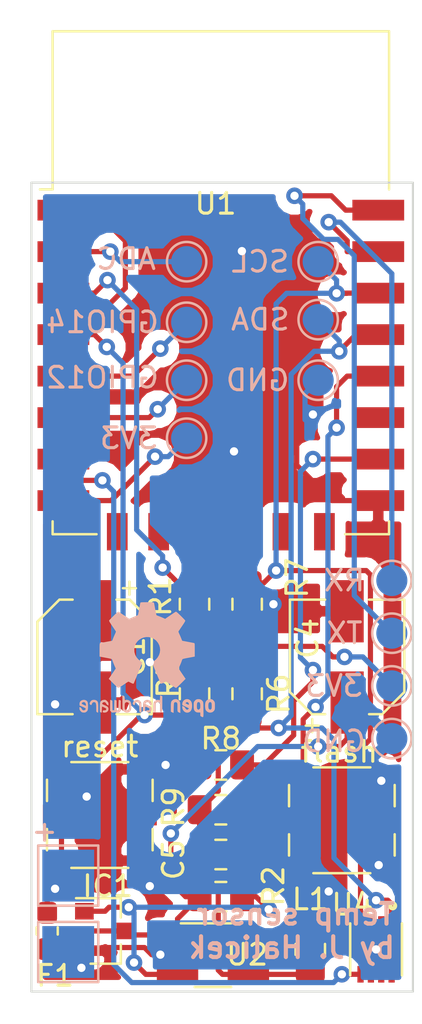
<source format=kicad_pcb>
(kicad_pcb (version 20171130) (host pcbnew "(5.0.0)")

  (general
    (thickness 1.6)
    (drawings 5)
    (tracks 281)
    (zones 0)
    (modules 32)
    (nets 19)
  )

  (page A4)
  (layers
    (0 F.Cu signal)
    (31 B.Cu signal)
    (32 B.Adhes user hide)
    (33 F.Adhes user hide)
    (34 B.Paste user hide)
    (35 F.Paste user hide)
    (36 B.SilkS user hide)
    (37 F.SilkS user hide)
    (38 B.Mask user hide)
    (39 F.Mask user hide)
    (40 Dwgs.User user hide)
    (41 Cmts.User user hide)
    (42 Eco1.User user hide)
    (43 Eco2.User user hide)
    (44 Edge.Cuts user hide)
    (45 Margin user hide)
    (46 B.CrtYd user hide)
    (47 F.CrtYd user hide)
    (48 B.Fab user hide)
    (49 F.Fab user)
  )

  (setup
    (last_trace_width 0.25)
    (trace_clearance 0.2)
    (zone_clearance 0.508)
    (zone_45_only no)
    (trace_min 0.2)
    (segment_width 0.2)
    (edge_width 0.1)
    (via_size 0.8)
    (via_drill 0.4)
    (via_min_size 0.4)
    (via_min_drill 0.3)
    (uvia_size 0.3)
    (uvia_drill 0.1)
    (uvias_allowed no)
    (uvia_min_size 0.2)
    (uvia_min_drill 0.1)
    (pcb_text_width 0.3)
    (pcb_text_size 1.5 1.5)
    (mod_edge_width 0.15)
    (mod_text_size 1 1)
    (mod_text_width 0.15)
    (pad_size 1.5 1.5)
    (pad_drill 0.6)
    (pad_to_mask_clearance 0)
    (aux_axis_origin 0 0)
    (visible_elements 7FFFFFFF)
    (pcbplotparams
      (layerselection 0x010fc_ffffffff)
      (usegerberextensions false)
      (usegerberattributes false)
      (usegerberadvancedattributes false)
      (creategerberjobfile false)
      (excludeedgelayer true)
      (linewidth 0.100000)
      (plotframeref false)
      (viasonmask false)
      (mode 1)
      (useauxorigin false)
      (hpglpennumber 1)
      (hpglpenspeed 20)
      (hpglpendiameter 15.000000)
      (psnegative false)
      (psa4output false)
      (plotreference true)
      (plotvalue true)
      (plotinvisibletext false)
      (padsonsilk false)
      (subtractmaskfromsilk false)
      (outputformat 1)
      (mirror false)
      (drillshape 0)
      (scaleselection 1)
      (outputdirectory "gerber-v0.3/"))
  )

  (net 0 "")
  (net 1 Earth)
  (net 2 +3V3)
  (net 3 +BATT)
  (net 4 "Net-(F1-Pad1)")
  (net 5 "Net-(IC1-Pad1)")
  (net 6 "Net-(IO1-Pad1)")
  (net 7 "Net-(IO2-Pad1)")
  (net 8 "Net-(IO3-Pad1)")
  (net 9 "Net-(J4-Pad1)")
  (net 10 "Net-(J5-Pad1)")
  (net 11 "Net-(J7-Pad1)")
  (net 12 "Net-(J8-Pad1)")
  (net 13 "Net-(L1-Pad1)")
  (net 14 "Net-(R1-Pad1)")
  (net 15 "Net-(R5-Pad2)")
  (net 16 "Net-(R8-Pad2)")
  (net 17 "Net-(R9-Pad2)")
  (net 18 "Net-(U1-Pad7)")

  (net_class Default "Toto je výchozí třída sítě."
    (clearance 0.2)
    (trace_width 0.25)
    (via_dia 0.8)
    (via_drill 0.4)
    (uvia_dia 0.3)
    (uvia_drill 0.1)
    (add_net +3V3)
    (add_net +BATT)
    (add_net Earth)
    (add_net "Net-(F1-Pad1)")
    (add_net "Net-(IC1-Pad1)")
    (add_net "Net-(IO1-Pad1)")
    (add_net "Net-(IO2-Pad1)")
    (add_net "Net-(IO3-Pad1)")
    (add_net "Net-(J4-Pad1)")
    (add_net "Net-(J5-Pad1)")
    (add_net "Net-(J7-Pad1)")
    (add_net "Net-(J8-Pad1)")
    (add_net "Net-(L1-Pad1)")
    (add_net "Net-(R1-Pad1)")
    (add_net "Net-(R5-Pad2)")
    (add_net "Net-(R8-Pad2)")
    (add_net "Net-(R9-Pad2)")
    (add_net "Net-(U1-Pad7)")
  )

  (module TestPoint:TestPoint_Pad_D1.5mm (layer B.Cu) (tedit 5CFBBADF) (tstamp 5D139126)
    (at 155.702 72.136)
    (descr "SMD pad as test Point, diameter 1.5mm")
    (tags "test point SMD pad")
    (path /5C37FC33)
    (attr virtual)
    (fp_text reference J7 (at 0 1.648) (layer B.Fab)
      (effects (font (size 1 1) (thickness 0.15)) (justify mirror))
    )
    (fp_text value TX (at -2.286 0) (layer B.SilkS)
      (effects (font (size 1 1) (thickness 0.15)) (justify mirror))
    )
    (fp_circle (center 0 0) (end 0 -0.95) (layer B.SilkS) (width 0.12))
    (fp_circle (center 0 0) (end 1.25 0) (layer B.CrtYd) (width 0.05))
    (fp_text user %R (at 0 1.65) (layer B.Fab)
      (effects (font (size 1 1) (thickness 0.15)) (justify mirror))
    )
    (pad 1 smd circle (at 0 0) (size 1.5 1.5) (layers B.Cu B.Mask)
      (net 11 "Net-(J7-Pad1)"))
  )

  (module TestPoint:TestPoint_Pad_D1.5mm (layer B.Cu) (tedit 5CFBBAD8) (tstamp 5D13912E)
    (at 155.702 69.596)
    (descr "SMD pad as test Point, diameter 1.5mm")
    (tags "test point SMD pad")
    (path /5C3881CD)
    (attr virtual)
    (fp_text reference J8 (at 0 1.648) (layer B.Fab)
      (effects (font (size 1 1) (thickness 0.15)) (justify mirror))
    )
    (fp_text value RX (at -2.286 0) (layer B.SilkS)
      (effects (font (size 1 1) (thickness 0.15)) (justify mirror))
    )
    (fp_circle (center 0 0) (end 0 -0.95) (layer B.SilkS) (width 0.12))
    (fp_circle (center 0 0) (end 1.25 0) (layer B.CrtYd) (width 0.05))
    (fp_text user %R (at 0 1.65) (layer B.Fab)
      (effects (font (size 1 1) (thickness 0.15)) (justify mirror))
    )
    (pad 1 smd circle (at 0 0) (size 1.5 1.5) (layers B.Cu B.Mask)
      (net 12 "Net-(J8-Pad1)"))
  )

  (module TestPoint:TestPoint_Pad_D1.5mm (layer B.Cu) (tedit 5CFBBBF1) (tstamp 5D139136)
    (at 155.702 74.676)
    (descr "SMD pad as test Point, diameter 1.5mm")
    (tags "test point SMD pad")
    (path /5C38821D)
    (attr virtual)
    (fp_text reference J9 (at 0 1.648) (layer B.Fab)
      (effects (font (size 1 1) (thickness 0.15)) (justify mirror))
    )
    (fp_text value 3V3 (at -2.794 0) (layer B.SilkS)
      (effects (font (size 1 1) (thickness 0.15)) (justify mirror))
    )
    (fp_circle (center 0 0) (end 0 -0.95) (layer B.SilkS) (width 0.12))
    (fp_circle (center 0 0) (end 1.25 0) (layer B.CrtYd) (width 0.05))
    (fp_text user %R (at 0 1.65) (layer B.Fab)
      (effects (font (size 1 1) (thickness 0.15)) (justify mirror))
    )
    (pad 1 smd circle (at 0 0) (size 1.5 1.5) (layers B.Cu B.Mask)
      (net 2 +3V3))
  )

  (module TestPoint:TestPoint_Pad_D1.5mm (layer B.Cu) (tedit 5CFBBAEB) (tstamp 5D13913E)
    (at 155.702 77.216)
    (descr "SMD pad as test Point, diameter 1.5mm")
    (tags "test point SMD pad")
    (path /5C38826F)
    (attr virtual)
    (fp_text reference J10 (at 0 1.648) (layer B.Fab)
      (effects (font (size 1 1) (thickness 0.15)) (justify mirror))
    )
    (fp_text value GND (at -2.794 0.127) (layer B.SilkS)
      (effects (font (size 1 1) (thickness 0.15)) (justify mirror))
    )
    (fp_circle (center 0 0) (end 0 -0.95) (layer B.SilkS) (width 0.12))
    (fp_circle (center 0 0) (end 1.25 0) (layer B.CrtYd) (width 0.05))
    (fp_text user %R (at 0 1.65) (layer B.Fab)
      (effects (font (size 1 1) (thickness 0.15)) (justify mirror))
    )
    (pad 1 smd circle (at 0 0) (size 1.5 1.5) (layers B.Cu B.Mask)
      (net 1 Earth))
  )

  (module Capacitor_SMD:CP_Elec_5x5.3 (layer F.Cu) (tedit 5B3026A2) (tstamp 5D13906B)
    (at 141.351 73.279 270)
    (descr "SMT capacitor, aluminium electrolytic, 5x5.3, Nichicon ")
    (tags "Capacitor Electrolytic")
    (path /5C333FE4)
    (attr smd)
    (fp_text reference C1 (at 0 -1.905 270) (layer F.SilkS)
      (effects (font (size 1 1) (thickness 0.15)))
    )
    (fp_text value 100uF (at 0 3.7 270) (layer F.Fab)
      (effects (font (size 1 1) (thickness 0.15)))
    )
    (fp_text user %R (at 0 0 270) (layer F.Fab)
      (effects (font (size 1 1) (thickness 0.15)))
    )
    (fp_line (start -3.95 1.05) (end -2.9 1.05) (layer F.CrtYd) (width 0.05))
    (fp_line (start -3.95 -1.05) (end -3.95 1.05) (layer F.CrtYd) (width 0.05))
    (fp_line (start -2.9 -1.05) (end -3.95 -1.05) (layer F.CrtYd) (width 0.05))
    (fp_line (start -2.9 1.05) (end -2.9 1.75) (layer F.CrtYd) (width 0.05))
    (fp_line (start -2.9 -1.75) (end -2.9 -1.05) (layer F.CrtYd) (width 0.05))
    (fp_line (start -2.9 -1.75) (end -1.75 -2.9) (layer F.CrtYd) (width 0.05))
    (fp_line (start -2.9 1.75) (end -1.75 2.9) (layer F.CrtYd) (width 0.05))
    (fp_line (start -1.75 -2.9) (end 2.9 -2.9) (layer F.CrtYd) (width 0.05))
    (fp_line (start -1.75 2.9) (end 2.9 2.9) (layer F.CrtYd) (width 0.05))
    (fp_line (start 2.9 1.05) (end 2.9 2.9) (layer F.CrtYd) (width 0.05))
    (fp_line (start 3.95 1.05) (end 2.9 1.05) (layer F.CrtYd) (width 0.05))
    (fp_line (start 3.95 -1.05) (end 3.95 1.05) (layer F.CrtYd) (width 0.05))
    (fp_line (start 2.9 -1.05) (end 3.95 -1.05) (layer F.CrtYd) (width 0.05))
    (fp_line (start 2.9 -2.9) (end 2.9 -1.05) (layer F.CrtYd) (width 0.05))
    (fp_line (start -3.3125 -1.9975) (end -3.3125 -1.3725) (layer F.SilkS) (width 0.12))
    (fp_line (start -3.625 -1.685) (end -3 -1.685) (layer F.SilkS) (width 0.12))
    (fp_line (start -2.76 1.695563) (end -1.695563 2.76) (layer F.SilkS) (width 0.12))
    (fp_line (start -2.76 -1.695563) (end -1.695563 -2.76) (layer F.SilkS) (width 0.12))
    (fp_line (start -2.76 -1.695563) (end -2.76 -1.06) (layer F.SilkS) (width 0.12))
    (fp_line (start -2.76 1.695563) (end -2.76 1.06) (layer F.SilkS) (width 0.12))
    (fp_line (start -1.695563 2.76) (end 2.76 2.76) (layer F.SilkS) (width 0.12))
    (fp_line (start -1.695563 -2.76) (end 2.76 -2.76) (layer F.SilkS) (width 0.12))
    (fp_line (start 2.76 -2.76) (end 2.76 -1.06) (layer F.SilkS) (width 0.12))
    (fp_line (start 2.76 2.76) (end 2.76 1.06) (layer F.SilkS) (width 0.12))
    (fp_line (start -1.783956 -1.45) (end -1.783956 -0.95) (layer F.Fab) (width 0.1))
    (fp_line (start -2.033956 -1.2) (end -1.533956 -1.2) (layer F.Fab) (width 0.1))
    (fp_line (start -2.65 1.65) (end -1.65 2.65) (layer F.Fab) (width 0.1))
    (fp_line (start -2.65 -1.65) (end -1.65 -2.65) (layer F.Fab) (width 0.1))
    (fp_line (start -2.65 -1.65) (end -2.65 1.65) (layer F.Fab) (width 0.1))
    (fp_line (start -1.65 2.65) (end 2.65 2.65) (layer F.Fab) (width 0.1))
    (fp_line (start -1.65 -2.65) (end 2.65 -2.65) (layer F.Fab) (width 0.1))
    (fp_line (start 2.65 -2.65) (end 2.65 2.65) (layer F.Fab) (width 0.1))
    (fp_circle (center 0 0) (end 2.5 0) (layer F.Fab) (width 0.1))
    (pad 2 smd rect (at 2.2 0 270) (size 3 1.6) (layers F.Cu F.Paste F.Mask)
      (net 1 Earth))
    (pad 1 smd rect (at -2.2 0 270) (size 3 1.6) (layers F.Cu F.Paste F.Mask)
      (net 2 +3V3))
    (model ${KISYS3DMOD}/Capacitor_SMD.3dshapes/CP_Elec_5x5.3.wrl
      (at (xyz 0 0 0))
      (scale (xyz 1 1 1))
      (rotate (xyz 0 0 0))
    )
  )

  (module Capacitor_SMD:CP_Elec_5x5.3 (layer F.Cu) (tedit 5B3026A2) (tstamp 5D139093)
    (at 153.543 73.279 90)
    (descr "SMT capacitor, aluminium electrolytic, 5x5.3, Nichicon ")
    (tags "Capacitor Electrolytic")
    (path /5C337643)
    (attr smd)
    (fp_text reference C4 (at 0.889 -1.905 90) (layer F.SilkS)
      (effects (font (size 1 1) (thickness 0.15)))
    )
    (fp_text value "200 uF" (at 0.381 -0.254 90) (layer F.Fab)
      (effects (font (size 1 1) (thickness 0.15)))
    )
    (fp_circle (center 0 0) (end 2.5 0) (layer F.Fab) (width 0.1))
    (fp_line (start 2.65 -2.65) (end 2.65 2.65) (layer F.Fab) (width 0.1))
    (fp_line (start -1.65 -2.65) (end 2.65 -2.65) (layer F.Fab) (width 0.1))
    (fp_line (start -1.65 2.65) (end 2.65 2.65) (layer F.Fab) (width 0.1))
    (fp_line (start -2.65 -1.65) (end -2.65 1.65) (layer F.Fab) (width 0.1))
    (fp_line (start -2.65 -1.65) (end -1.65 -2.65) (layer F.Fab) (width 0.1))
    (fp_line (start -2.65 1.65) (end -1.65 2.65) (layer F.Fab) (width 0.1))
    (fp_line (start -2.033956 -1.2) (end -1.533956 -1.2) (layer F.Fab) (width 0.1))
    (fp_line (start -1.783956 -1.45) (end -1.783956 -0.95) (layer F.Fab) (width 0.1))
    (fp_line (start 2.76 2.76) (end 2.76 1.06) (layer F.SilkS) (width 0.12))
    (fp_line (start 2.76 -2.76) (end 2.76 -1.06) (layer F.SilkS) (width 0.12))
    (fp_line (start -1.695563 -2.76) (end 2.76 -2.76) (layer F.SilkS) (width 0.12))
    (fp_line (start -1.695563 2.76) (end 2.76 2.76) (layer F.SilkS) (width 0.12))
    (fp_line (start -2.76 1.695563) (end -2.76 1.06) (layer F.SilkS) (width 0.12))
    (fp_line (start -2.76 -1.695563) (end -2.76 -1.06) (layer F.SilkS) (width 0.12))
    (fp_line (start -2.76 -1.695563) (end -1.695563 -2.76) (layer F.SilkS) (width 0.12))
    (fp_line (start -2.76 1.695563) (end -1.695563 2.76) (layer F.SilkS) (width 0.12))
    (fp_line (start -3.625 -1.685) (end -3 -1.685) (layer F.SilkS) (width 0.12))
    (fp_line (start -3.3125 -1.9975) (end -3.3125 -1.3725) (layer F.SilkS) (width 0.12))
    (fp_line (start 2.9 -2.9) (end 2.9 -1.05) (layer F.CrtYd) (width 0.05))
    (fp_line (start 2.9 -1.05) (end 3.95 -1.05) (layer F.CrtYd) (width 0.05))
    (fp_line (start 3.95 -1.05) (end 3.95 1.05) (layer F.CrtYd) (width 0.05))
    (fp_line (start 3.95 1.05) (end 2.9 1.05) (layer F.CrtYd) (width 0.05))
    (fp_line (start 2.9 1.05) (end 2.9 2.9) (layer F.CrtYd) (width 0.05))
    (fp_line (start -1.75 2.9) (end 2.9 2.9) (layer F.CrtYd) (width 0.05))
    (fp_line (start -1.75 -2.9) (end 2.9 -2.9) (layer F.CrtYd) (width 0.05))
    (fp_line (start -2.9 1.75) (end -1.75 2.9) (layer F.CrtYd) (width 0.05))
    (fp_line (start -2.9 -1.75) (end -1.75 -2.9) (layer F.CrtYd) (width 0.05))
    (fp_line (start -2.9 -1.75) (end -2.9 -1.05) (layer F.CrtYd) (width 0.05))
    (fp_line (start -2.9 1.05) (end -2.9 1.75) (layer F.CrtYd) (width 0.05))
    (fp_line (start -2.9 -1.05) (end -3.95 -1.05) (layer F.CrtYd) (width 0.05))
    (fp_line (start -3.95 -1.05) (end -3.95 1.05) (layer F.CrtYd) (width 0.05))
    (fp_line (start -3.95 1.05) (end -2.9 1.05) (layer F.CrtYd) (width 0.05))
    (fp_text user %R (at 0 0 90) (layer F.Fab)
      (effects (font (size 1 1) (thickness 0.15)))
    )
    (pad 1 smd rect (at -2.2 0 90) (size 3 1.6) (layers F.Cu F.Paste F.Mask)
      (net 3 +BATT))
    (pad 2 smd rect (at 2.2 0 90) (size 3 1.6) (layers F.Cu F.Paste F.Mask)
      (net 1 Earth))
    (model ${KISYS3DMOD}/Capacitor_SMD.3dshapes/CP_Elec_5x5.3.wrl
      (at (xyz 0 0 0))
      (scale (xyz 1 1 1))
      (rotate (xyz 0 0 0))
    )
  )

  (module Capacitor_SMD:C_0805_2012Metric_Pad1.15x1.40mm_HandSolder (layer F.Cu) (tedit 5B36C52B) (tstamp 5D1390A4)
    (at 147.447 82.804)
    (descr "Capacitor SMD 0805 (2012 Metric), square (rectangular) end terminal, IPC_7351 nominal with elongated pad for handsoldering. (Body size source: https://docs.google.com/spreadsheets/d/1BsfQQcO9C6DZCsRaXUlFlo91Tg2WpOkGARC1WS5S8t0/edit?usp=sharing), generated with kicad-footprint-generator")
    (tags "capacitor handsolder")
    (path /5C346785)
    (attr smd)
    (fp_text reference C5 (at -2.286 0.254 270) (layer F.SilkS)
      (effects (font (size 1 1) (thickness 0.15)))
    )
    (fp_text value "4.7-22 uF" (at 0 1.65) (layer F.Fab)
      (effects (font (size 1 1) (thickness 0.15)))
    )
    (fp_line (start -1 0.6) (end -1 -0.6) (layer F.Fab) (width 0.1))
    (fp_line (start -1 -0.6) (end 1 -0.6) (layer F.Fab) (width 0.1))
    (fp_line (start 1 -0.6) (end 1 0.6) (layer F.Fab) (width 0.1))
    (fp_line (start 1 0.6) (end -1 0.6) (layer F.Fab) (width 0.1))
    (fp_line (start -0.261252 -0.71) (end 0.261252 -0.71) (layer F.SilkS) (width 0.12))
    (fp_line (start -0.261252 0.71) (end 0.261252 0.71) (layer F.SilkS) (width 0.12))
    (fp_line (start -1.85 0.95) (end -1.85 -0.95) (layer F.CrtYd) (width 0.05))
    (fp_line (start -1.85 -0.95) (end 1.85 -0.95) (layer F.CrtYd) (width 0.05))
    (fp_line (start 1.85 -0.95) (end 1.85 0.95) (layer F.CrtYd) (width 0.05))
    (fp_line (start 1.85 0.95) (end -1.85 0.95) (layer F.CrtYd) (width 0.05))
    (fp_text user %R (at 0 0) (layer F.Fab)
      (effects (font (size 0.5 0.5) (thickness 0.08)))
    )
    (pad 1 smd roundrect (at -1.025 0) (size 1.15 1.4) (layers F.Cu F.Paste F.Mask) (roundrect_rratio 0.217391)
      (net 2 +3V3))
    (pad 2 smd roundrect (at 1.025 0) (size 1.15 1.4) (layers F.Cu F.Paste F.Mask) (roundrect_rratio 0.217391)
      (net 1 Earth))
    (model ${KISYS3DMOD}/Capacitor_SMD.3dshapes/C_0805_2012Metric.wrl
      (at (xyz 0 0 0))
      (scale (xyz 1 1 1))
      (rotate (xyz 0 0 0))
    )
  )

  (module Fuse:Fuse_0603_1608Metric_Pad1.05x0.95mm_HandSolder (layer F.Cu) (tedit 5B301BBE) (tstamp 5D1390B5)
    (at 139.065 86.487 270)
    (descr "Fuse SMD 0603 (1608 Metric), square (rectangular) end terminal, IPC_7351 nominal with elongated pad for handsoldering. (Body size source: http://www.tortai-tech.com/upload/download/2011102023233369053.pdf), generated with kicad-footprint-generator")
    (tags "resistor handsolder")
    (path /5C43D2F7)
    (attr smd)
    (fp_text reference F1 (at 2.159 -0.381) (layer F.SilkS)
      (effects (font (size 1 1) (thickness 0.15)))
    )
    (fp_text value Polyfuse (at 0 1.43 270) (layer F.Fab)
      (effects (font (size 1 1) (thickness 0.15)))
    )
    (fp_line (start -0.8 0.4) (end -0.8 -0.4) (layer F.Fab) (width 0.1))
    (fp_line (start -0.8 -0.4) (end 0.8 -0.4) (layer F.Fab) (width 0.1))
    (fp_line (start 0.8 -0.4) (end 0.8 0.4) (layer F.Fab) (width 0.1))
    (fp_line (start 0.8 0.4) (end -0.8 0.4) (layer F.Fab) (width 0.1))
    (fp_line (start -0.171267 -0.51) (end 0.171267 -0.51) (layer F.SilkS) (width 0.12))
    (fp_line (start -0.171267 0.51) (end 0.171267 0.51) (layer F.SilkS) (width 0.12))
    (fp_line (start -1.65 0.73) (end -1.65 -0.73) (layer F.CrtYd) (width 0.05))
    (fp_line (start -1.65 -0.73) (end 1.65 -0.73) (layer F.CrtYd) (width 0.05))
    (fp_line (start 1.65 -0.73) (end 1.65 0.73) (layer F.CrtYd) (width 0.05))
    (fp_line (start 1.65 0.73) (end -1.65 0.73) (layer F.CrtYd) (width 0.05))
    (fp_text user %R (at 0 0 270) (layer F.Fab)
      (effects (font (size 0.4 0.4) (thickness 0.06)))
    )
    (pad 1 smd roundrect (at -0.875 0 270) (size 1.05 0.95) (layers F.Cu F.Paste F.Mask) (roundrect_rratio 0.25)
      (net 4 "Net-(F1-Pad1)"))
    (pad 2 smd roundrect (at 0.875 0 270) (size 1.05 0.95) (layers F.Cu F.Paste F.Mask) (roundrect_rratio 0.25)
      (net 3 +BATT))
    (model ${KISYS3DMOD}/Fuse.3dshapes/Fuse_0603_1608Metric.wrl
      (at (xyz 0 0 0))
      (scale (xyz 1 1 1))
      (rotate (xyz 0 0 0))
    )
  )

  (module Package_TO_SOT_SMD:SOT-23 (layer F.Cu) (tedit 5A02FF57) (tstamp 5D1390CA)
    (at 141.859 86.487)
    (descr "SOT-23, Standard")
    (tags SOT-23)
    (path /5CF9B59F)
    (attr smd)
    (fp_text reference IC1 (at 0.127 -2.159) (layer F.SilkS)
      (effects (font (size 1 1) (thickness 0.15)))
    )
    (fp_text value STM1061 (at 0 2.5) (layer F.Fab)
      (effects (font (size 1 1) (thickness 0.15)))
    )
    (fp_text user %R (at 0 0 90) (layer F.Fab)
      (effects (font (size 0.5 0.5) (thickness 0.075)))
    )
    (fp_line (start -0.7 -0.95) (end -0.7 1.5) (layer F.Fab) (width 0.1))
    (fp_line (start -0.15 -1.52) (end 0.7 -1.52) (layer F.Fab) (width 0.1))
    (fp_line (start -0.7 -0.95) (end -0.15 -1.52) (layer F.Fab) (width 0.1))
    (fp_line (start 0.7 -1.52) (end 0.7 1.52) (layer F.Fab) (width 0.1))
    (fp_line (start -0.7 1.52) (end 0.7 1.52) (layer F.Fab) (width 0.1))
    (fp_line (start 0.76 1.58) (end 0.76 0.65) (layer F.SilkS) (width 0.12))
    (fp_line (start 0.76 -1.58) (end 0.76 -0.65) (layer F.SilkS) (width 0.12))
    (fp_line (start -1.7 -1.75) (end 1.7 -1.75) (layer F.CrtYd) (width 0.05))
    (fp_line (start 1.7 -1.75) (end 1.7 1.75) (layer F.CrtYd) (width 0.05))
    (fp_line (start 1.7 1.75) (end -1.7 1.75) (layer F.CrtYd) (width 0.05))
    (fp_line (start -1.7 1.75) (end -1.7 -1.75) (layer F.CrtYd) (width 0.05))
    (fp_line (start 0.76 -1.58) (end -1.4 -1.58) (layer F.SilkS) (width 0.12))
    (fp_line (start 0.76 1.58) (end -0.7 1.58) (layer F.SilkS) (width 0.12))
    (pad 1 smd rect (at -1 -0.95) (size 0.9 0.8) (layers F.Cu F.Paste F.Mask)
      (net 5 "Net-(IC1-Pad1)"))
    (pad 2 smd rect (at -1 0.95) (size 0.9 0.8) (layers F.Cu F.Paste F.Mask)
      (net 1 Earth))
    (pad 3 smd rect (at 1 0) (size 0.9 0.8) (layers F.Cu F.Paste F.Mask)
      (net 3 +BATT))
    (model ${KISYS3DMOD}/Package_TO_SOT_SMD.3dshapes/SOT-23.wrl
      (at (xyz 0 0 0))
      (scale (xyz 1 1 1))
      (rotate (xyz 0 0 0))
    )
  )

  (module TestPoint:TestPoint_Pad_D1.5mm (layer B.Cu) (tedit 5CFBA930) (tstamp 5D1390D2)
    (at 145.796 57.15)
    (descr "SMD pad as test Point, diameter 1.5mm")
    (tags "test point SMD pad")
    (path /5C57C2D5)
    (attr virtual)
    (fp_text reference IO1 (at 0 1.648) (layer B.Fab)
      (effects (font (size 1 1) (thickness 0.15)) (justify mirror))
    )
    (fp_text value GPIO14 (at -4.064 0) (layer B.SilkS)
      (effects (font (size 1 1) (thickness 0.15)) (justify mirror))
    )
    (fp_circle (center 0 0) (end 0 -0.95) (layer B.SilkS) (width 0.12))
    (fp_circle (center 0 0) (end 1.25 0) (layer B.CrtYd) (width 0.05))
    (fp_text user %R (at 0 1.65) (layer B.Fab)
      (effects (font (size 1 1) (thickness 0.15)) (justify mirror))
    )
    (pad 1 smd circle (at 0 0) (size 1.5 1.5) (layers B.Cu B.Mask)
      (net 6 "Net-(IO1-Pad1)"))
  )

  (module TestPoint:TestPoint_Pad_D1.5mm (layer B.Cu) (tedit 5CFBA938) (tstamp 5D1390DA)
    (at 145.796 59.944)
    (descr "SMD pad as test Point, diameter 1.5mm")
    (tags "test point SMD pad")
    (path /5C1E4650)
    (attr virtual)
    (fp_text reference IO2 (at 0 1.648) (layer B.Fab)
      (effects (font (size 1 1) (thickness 0.15)) (justify mirror))
    )
    (fp_text value GPIO12 (at -4.064 -0.127) (layer B.SilkS)
      (effects (font (size 1 1) (thickness 0.15)) (justify mirror))
    )
    (fp_circle (center 0 0) (end 0 -0.95) (layer B.SilkS) (width 0.12))
    (fp_circle (center 0 0) (end 1.25 0) (layer B.CrtYd) (width 0.05))
    (fp_text user %R (at 0 1.65) (layer B.Fab)
      (effects (font (size 1 1) (thickness 0.15)) (justify mirror))
    )
    (pad 1 smd circle (at 0 0) (size 1.5 1.5) (layers B.Cu B.Mask)
      (net 7 "Net-(IO2-Pad1)"))
  )

  (module TestPoint:TestPoint_Pad_D1.5mm (layer B.Cu) (tedit 5CFBA929) (tstamp 5D1390E2)
    (at 145.796 54.229)
    (descr "SMD pad as test Point, diameter 1.5mm")
    (tags "test point SMD pad")
    (path /5CFA371B)
    (attr virtual)
    (fp_text reference IO3 (at 0 1.648) (layer B.Fab)
      (effects (font (size 1 1) (thickness 0.15)) (justify mirror))
    )
    (fp_text value ADC (at -2.921 -0.127) (layer B.SilkS)
      (effects (font (size 1 1) (thickness 0.15)) (justify mirror))
    )
    (fp_text user %R (at 0 1.65) (layer B.Fab)
      (effects (font (size 1 1) (thickness 0.15)) (justify mirror))
    )
    (fp_circle (center 0 0) (end 1.25 0) (layer B.CrtYd) (width 0.05))
    (fp_circle (center 0 0) (end 0 -0.95) (layer B.SilkS) (width 0.12))
    (pad 1 smd circle (at 0 0) (size 1.5 1.5) (layers B.Cu B.Mask)
      (net 8 "Net-(IO3-Pad1)"))
  )

  (module TestPoint:TestPoint_Pad_2.5x2.5mm (layer B.Cu) (tedit 5CFCF9E5) (tstamp 5CFBEB04)
    (at 140.081 83.82)
    (descr "SMD rectangular pad as test Point, square 2.5mm side length")
    (tags "test point SMD pad rectangle square")
    (path /5C37E988)
    (attr virtual)
    (fp_text reference + (at -1.143 -2.159) (layer B.SilkS)
      (effects (font (size 1 1) (thickness 0.15)) (justify mirror))
    )
    (fp_text value BAT+ (at 0 -2.25) (layer B.Fab)
      (effects (font (size 1 1) (thickness 0.15)) (justify mirror))
    )
    (fp_line (start 1.75 -1.75) (end -1.75 -1.75) (layer B.CrtYd) (width 0.05))
    (fp_line (start 1.75 -1.75) (end 1.75 1.75) (layer B.CrtYd) (width 0.05))
    (fp_line (start -1.75 1.75) (end -1.75 -1.75) (layer B.CrtYd) (width 0.05))
    (fp_line (start -1.75 1.75) (end 1.75 1.75) (layer B.CrtYd) (width 0.05))
    (fp_line (start -1.45 -1.45) (end -1.45 1.45) (layer B.SilkS) (width 0.12))
    (fp_line (start 1.45 -1.45) (end -1.45 -1.45) (layer B.SilkS) (width 0.12))
    (fp_line (start 1.45 1.45) (end 1.45 -1.45) (layer B.SilkS) (width 0.12))
    (fp_line (start -1.45 1.45) (end 1.45 1.45) (layer B.SilkS) (width 0.12))
    (fp_text user %R (at 0 2.15) (layer B.Fab)
      (effects (font (size 1 1) (thickness 0.15)) (justify mirror))
    )
    (pad 1 smd rect (at 0 0) (size 2.5 2.5) (layers B.Cu B.Mask)
      (net 4 "Net-(F1-Pad1)"))
  )

  (module TestPoint:TestPoint_Pad_D1.5mm (layer B.Cu) (tedit 5CFBA93F) (tstamp 5D1390F8)
    (at 145.796 62.738)
    (descr "SMD pad as test Point, diameter 1.5mm")
    (tags "test point SMD pad")
    (path /5C4574CB)
    (attr virtual)
    (fp_text reference J2 (at 0 1.648) (layer B.Fab)
      (effects (font (size 1 1) (thickness 0.15)) (justify mirror))
    )
    (fp_text value 3V3 (at -2.794 0) (layer B.SilkS)
      (effects (font (size 1 1) (thickness 0.15)) (justify mirror))
    )
    (fp_text user %R (at 0 1.65) (layer B.Fab)
      (effects (font (size 1 1) (thickness 0.15)) (justify mirror))
    )
    (fp_circle (center 0 0) (end 1.25 0) (layer B.CrtYd) (width 0.05))
    (fp_circle (center 0 0) (end 0 -0.95) (layer B.SilkS) (width 0.12))
    (pad 1 smd circle (at 0 0) (size 1.5 1.5) (layers B.Cu B.Mask)
      (net 2 +3V3))
  )

  (module TestPoint:TestPoint_Pad_D1.5mm (layer B.Cu) (tedit 5CFBA949) (tstamp 5D139100)
    (at 152.146 59.944)
    (descr "SMD pad as test Point, diameter 1.5mm")
    (tags "test point SMD pad")
    (path /5C4573E4)
    (attr virtual)
    (fp_text reference J3 (at 0 1.648) (layer B.Fab)
      (effects (font (size 1 1) (thickness 0.15)) (justify mirror))
    )
    (fp_text value GND (at -2.921 0) (layer B.SilkS)
      (effects (font (size 1 1) (thickness 0.15)) (justify mirror))
    )
    (fp_circle (center 0 0) (end 0 -0.95) (layer B.SilkS) (width 0.12))
    (fp_circle (center 0 0) (end 1.25 0) (layer B.CrtYd) (width 0.05))
    (fp_text user %R (at 0 1.65) (layer B.Fab)
      (effects (font (size 1 1) (thickness 0.15)) (justify mirror))
    )
    (pad 1 smd circle (at 0 0) (size 1.5 1.5) (layers B.Cu B.Mask)
      (net 1 Earth))
  )

  (module TestPoint:TestPoint_Pad_D1.5mm (layer B.Cu) (tedit 5CFBA951) (tstamp 5D139108)
    (at 152.146 57.023)
    (descr "SMD pad as test Point, diameter 1.5mm")
    (tags "test point SMD pad")
    (path /5C182D18)
    (attr virtual)
    (fp_text reference J4 (at 0 1.648) (layer B.Fab)
      (effects (font (size 1 1) (thickness 0.15)) (justify mirror))
    )
    (fp_text value SDA (at -2.794 0) (layer B.SilkS)
      (effects (font (size 1 1) (thickness 0.15)) (justify mirror))
    )
    (fp_circle (center 0 0) (end 0 -0.95) (layer B.SilkS) (width 0.12))
    (fp_circle (center 0 0) (end 1.25 0) (layer B.CrtYd) (width 0.05))
    (fp_text user %R (at 0 1.65) (layer B.Fab)
      (effects (font (size 1 1) (thickness 0.15)) (justify mirror))
    )
    (pad 1 smd circle (at 0 0) (size 1.5 1.5) (layers B.Cu B.Mask)
      (net 9 "Net-(J4-Pad1)"))
  )

  (module TestPoint:TestPoint_Pad_D1.5mm (layer B.Cu) (tedit 5CFBA95B) (tstamp 5D139110)
    (at 152.146 54.229)
    (descr "SMD pad as test Point, diameter 1.5mm")
    (tags "test point SMD pad")
    (path /5C182DAA)
    (attr virtual)
    (fp_text reference J5 (at 0 1.648) (layer B.Fab)
      (effects (font (size 1 1) (thickness 0.15)) (justify mirror))
    )
    (fp_text value SCL (at -2.794 0) (layer B.SilkS)
      (effects (font (size 1 1) (thickness 0.15)) (justify mirror))
    )
    (fp_text user %R (at 0 1.65) (layer B.Fab)
      (effects (font (size 1 1) (thickness 0.15)) (justify mirror))
    )
    (fp_circle (center 0 0) (end 1.25 0) (layer B.CrtYd) (width 0.05))
    (fp_circle (center 0 0) (end 0 -0.95) (layer B.SilkS) (width 0.12))
    (pad 1 smd circle (at 0 0) (size 1.5 1.5) (layers B.Cu B.Mask)
      (net 10 "Net-(J5-Pad1)"))
  )

  (module TestPoint:TestPoint_Pad_2.5x2.5mm (layer B.Cu) (tedit 5CFCF9C3) (tstamp 5D13911E)
    (at 140.081 87.503 90)
    (descr "SMD rectangular pad as test Point, square 2.5mm side length")
    (tags "test point SMD pad rectangle square")
    (path /5C37E9EE)
    (attr virtual)
    (fp_text reference J6 (at 0 2.148 90) (layer B.Fab)
      (effects (font (size 1 1) (thickness 0.15)) (justify mirror))
    )
    (fp_text value BAT- (at 0 -2.25 90) (layer B.Fab)
      (effects (font (size 1 1) (thickness 0.15)) (justify mirror))
    )
    (fp_text user %R (at 0 2.15 90) (layer B.Fab)
      (effects (font (size 1 1) (thickness 0.15)) (justify mirror))
    )
    (fp_line (start -1.45 1.45) (end 1.45 1.45) (layer B.SilkS) (width 0.12))
    (fp_line (start 1.45 1.45) (end 1.45 -1.45) (layer B.SilkS) (width 0.12))
    (fp_line (start 1.45 -1.45) (end -1.45 -1.45) (layer B.SilkS) (width 0.12))
    (fp_line (start -1.45 -1.45) (end -1.45 1.45) (layer B.SilkS) (width 0.12))
    (fp_line (start -1.75 1.75) (end 1.75 1.75) (layer B.CrtYd) (width 0.05))
    (fp_line (start -1.75 1.75) (end -1.75 -1.75) (layer B.CrtYd) (width 0.05))
    (fp_line (start 1.75 -1.75) (end 1.75 1.75) (layer B.CrtYd) (width 0.05))
    (fp_line (start 1.75 -1.75) (end -1.75 -1.75) (layer B.CrtYd) (width 0.05))
    (pad 1 smd rect (at 0 0 90) (size 2.5 2.5) (layers B.Cu B.Mask)
      (net 1 Earth))
  )

  (module Inductor_SMD:L_0805_2012Metric_Pad1.15x1.40mm_HandSolder (layer F.Cu) (tedit 5B36C52B) (tstamp 5D13914F)
    (at 151.765 87.376 270)
    (descr "Capacitor SMD 0805 (2012 Metric), square (rectangular) end terminal, IPC_7351 nominal with elongated pad for handsoldering. (Body size source: https://docs.google.com/spreadsheets/d/1BsfQQcO9C6DZCsRaXUlFlo91Tg2WpOkGARC1WS5S8t0/edit?usp=sharing), generated with kicad-footprint-generator")
    (tags "inductor handsolder")
    (path /5C346A4B)
    (attr smd)
    (fp_text reference L1 (at -2.413 0) (layer F.SilkS)
      (effects (font (size 1 1) (thickness 0.15)))
    )
    (fp_text value "4.7 uH" (at 0.127 1.524 270) (layer F.Fab)
      (effects (font (size 1 1) (thickness 0.15)))
    )
    (fp_line (start -1 0.6) (end -1 -0.6) (layer F.Fab) (width 0.1))
    (fp_line (start -1 -0.6) (end 1 -0.6) (layer F.Fab) (width 0.1))
    (fp_line (start 1 -0.6) (end 1 0.6) (layer F.Fab) (width 0.1))
    (fp_line (start 1 0.6) (end -1 0.6) (layer F.Fab) (width 0.1))
    (fp_line (start -0.261252 -0.71) (end 0.261252 -0.71) (layer F.SilkS) (width 0.12))
    (fp_line (start -0.261252 0.71) (end 0.261252 0.71) (layer F.SilkS) (width 0.12))
    (fp_line (start -1.85 0.95) (end -1.85 -0.95) (layer F.CrtYd) (width 0.05))
    (fp_line (start -1.85 -0.95) (end 1.85 -0.95) (layer F.CrtYd) (width 0.05))
    (fp_line (start 1.85 -0.95) (end 1.85 0.95) (layer F.CrtYd) (width 0.05))
    (fp_line (start 1.85 0.95) (end -1.85 0.95) (layer F.CrtYd) (width 0.05))
    (fp_text user %R (at 0 0 270) (layer F.Fab)
      (effects (font (size 0.5 0.5) (thickness 0.08)))
    )
    (pad 1 smd roundrect (at -1.025 0 270) (size 1.15 1.4) (layers F.Cu F.Paste F.Mask) (roundrect_rratio 0.217391)
      (net 13 "Net-(L1-Pad1)"))
    (pad 2 smd roundrect (at 1.025 0 270) (size 1.15 1.4) (layers F.Cu F.Paste F.Mask) (roundrect_rratio 0.217391)
      (net 2 +3V3))
    (model ${KISYS3DMOD}/Inductor_SMD.3dshapes/L_0805_2012Metric.wrl
      (at (xyz 0 0 0))
      (scale (xyz 1 1 1))
      (rotate (xyz 0 0 0))
    )
  )

  (module Resistor_SMD:R_0805_2012Metric_Pad1.15x1.40mm_HandSolder (layer F.Cu) (tedit 5B36C52B) (tstamp 5D139160)
    (at 146.177 70.739 270)
    (descr "Resistor SMD 0805 (2012 Metric), square (rectangular) end terminal, IPC_7351 nominal with elongated pad for handsoldering. (Body size source: https://docs.google.com/spreadsheets/d/1BsfQQcO9C6DZCsRaXUlFlo91Tg2WpOkGARC1WS5S8t0/edit?usp=sharing), generated with kicad-footprint-generator")
    (tags "resistor handsolder")
    (path /5C0D6685)
    (attr smd)
    (fp_text reference R1 (at -0.381 1.651 270) (layer F.SilkS)
      (effects (font (size 1 1) (thickness 0.15)))
    )
    (fp_text value 10k (at 0 1.65 270) (layer F.Fab)
      (effects (font (size 1 1) (thickness 0.15)))
    )
    (fp_line (start -1 0.6) (end -1 -0.6) (layer F.Fab) (width 0.1))
    (fp_line (start -1 -0.6) (end 1 -0.6) (layer F.Fab) (width 0.1))
    (fp_line (start 1 -0.6) (end 1 0.6) (layer F.Fab) (width 0.1))
    (fp_line (start 1 0.6) (end -1 0.6) (layer F.Fab) (width 0.1))
    (fp_line (start -0.261252 -0.71) (end 0.261252 -0.71) (layer F.SilkS) (width 0.12))
    (fp_line (start -0.261252 0.71) (end 0.261252 0.71) (layer F.SilkS) (width 0.12))
    (fp_line (start -1.85 0.95) (end -1.85 -0.95) (layer F.CrtYd) (width 0.05))
    (fp_line (start -1.85 -0.95) (end 1.85 -0.95) (layer F.CrtYd) (width 0.05))
    (fp_line (start 1.85 -0.95) (end 1.85 0.95) (layer F.CrtYd) (width 0.05))
    (fp_line (start 1.85 0.95) (end -1.85 0.95) (layer F.CrtYd) (width 0.05))
    (fp_text user %R (at 0 0 270) (layer F.Fab)
      (effects (font (size 0.5 0.5) (thickness 0.08)))
    )
    (pad 1 smd roundrect (at -1.025 0 270) (size 1.15 1.4) (layers F.Cu F.Paste F.Mask) (roundrect_rratio 0.217391)
      (net 14 "Net-(R1-Pad1)"))
    (pad 2 smd roundrect (at 1.025 0 270) (size 1.15 1.4) (layers F.Cu F.Paste F.Mask) (roundrect_rratio 0.217391)
      (net 2 +3V3))
    (model ${KISYS3DMOD}/Resistor_SMD.3dshapes/R_0805_2012Metric.wrl
      (at (xyz 0 0 0))
      (scale (xyz 1 1 1))
      (rotate (xyz 0 0 0))
    )
  )

  (module Resistor_SMD:R_0805_2012Metric_Pad1.15x1.40mm_HandSolder (layer F.Cu) (tedit 5B36C52B) (tstamp 5D139171)
    (at 147.447 84.836 180)
    (descr "Resistor SMD 0805 (2012 Metric), square (rectangular) end terminal, IPC_7351 nominal with elongated pad for handsoldering. (Body size source: https://docs.google.com/spreadsheets/d/1BsfQQcO9C6DZCsRaXUlFlo91Tg2WpOkGARC1WS5S8t0/edit?usp=sharing), generated with kicad-footprint-generator")
    (tags "resistor handsolder")
    (path /5D024DA8)
    (attr smd)
    (fp_text reference R2 (at -2.54 0.508 90) (layer F.SilkS)
      (effects (font (size 1 1) (thickness 0.15)))
    )
    (fp_text value 10k (at 0 1.65 180) (layer F.Fab)
      (effects (font (size 1 1) (thickness 0.15)))
    )
    (fp_text user %R (at 0 0 180) (layer F.Fab)
      (effects (font (size 0.5 0.5) (thickness 0.08)))
    )
    (fp_line (start 1.85 0.95) (end -1.85 0.95) (layer F.CrtYd) (width 0.05))
    (fp_line (start 1.85 -0.95) (end 1.85 0.95) (layer F.CrtYd) (width 0.05))
    (fp_line (start -1.85 -0.95) (end 1.85 -0.95) (layer F.CrtYd) (width 0.05))
    (fp_line (start -1.85 0.95) (end -1.85 -0.95) (layer F.CrtYd) (width 0.05))
    (fp_line (start -0.261252 0.71) (end 0.261252 0.71) (layer F.SilkS) (width 0.12))
    (fp_line (start -0.261252 -0.71) (end 0.261252 -0.71) (layer F.SilkS) (width 0.12))
    (fp_line (start 1 0.6) (end -1 0.6) (layer F.Fab) (width 0.1))
    (fp_line (start 1 -0.6) (end 1 0.6) (layer F.Fab) (width 0.1))
    (fp_line (start -1 -0.6) (end 1 -0.6) (layer F.Fab) (width 0.1))
    (fp_line (start -1 0.6) (end -1 -0.6) (layer F.Fab) (width 0.1))
    (pad 2 smd roundrect (at 1.025 0 180) (size 1.15 1.4) (layers F.Cu F.Paste F.Mask) (roundrect_rratio 0.217391)
      (net 3 +BATT))
    (pad 1 smd roundrect (at -1.025 0 180) (size 1.15 1.4) (layers F.Cu F.Paste F.Mask) (roundrect_rratio 0.217391)
      (net 5 "Net-(IC1-Pad1)"))
    (model ${KISYS3DMOD}/Resistor_SMD.3dshapes/R_0805_2012Metric.wrl
      (at (xyz 0 0 0))
      (scale (xyz 1 1 1))
      (rotate (xyz 0 0 0))
    )
  )

  (module Resistor_SMD:R_0805_2012Metric_Pad1.15x1.40mm_HandSolder (layer F.Cu) (tedit 5B36C52B) (tstamp 5D139182)
    (at 146.177 75.057 270)
    (descr "Resistor SMD 0805 (2012 Metric), square (rectangular) end terminal, IPC_7351 nominal with elongated pad for handsoldering. (Body size source: https://docs.google.com/spreadsheets/d/1BsfQQcO9C6DZCsRaXUlFlo91Tg2WpOkGARC1WS5S8t0/edit?usp=sharing), generated with kicad-footprint-generator")
    (tags "resistor handsolder")
    (path /5C0E2B82)
    (attr smd)
    (fp_text reference R5 (at -0.762 1.27 270) (layer F.SilkS)
      (effects (font (size 1 1) (thickness 0.15)))
    )
    (fp_text value 10k (at 0 1.65 270) (layer F.Fab)
      (effects (font (size 1 1) (thickness 0.15)))
    )
    (fp_line (start -1 0.6) (end -1 -0.6) (layer F.Fab) (width 0.1))
    (fp_line (start -1 -0.6) (end 1 -0.6) (layer F.Fab) (width 0.1))
    (fp_line (start 1 -0.6) (end 1 0.6) (layer F.Fab) (width 0.1))
    (fp_line (start 1 0.6) (end -1 0.6) (layer F.Fab) (width 0.1))
    (fp_line (start -0.261252 -0.71) (end 0.261252 -0.71) (layer F.SilkS) (width 0.12))
    (fp_line (start -0.261252 0.71) (end 0.261252 0.71) (layer F.SilkS) (width 0.12))
    (fp_line (start -1.85 0.95) (end -1.85 -0.95) (layer F.CrtYd) (width 0.05))
    (fp_line (start -1.85 -0.95) (end 1.85 -0.95) (layer F.CrtYd) (width 0.05))
    (fp_line (start 1.85 -0.95) (end 1.85 0.95) (layer F.CrtYd) (width 0.05))
    (fp_line (start 1.85 0.95) (end -1.85 0.95) (layer F.CrtYd) (width 0.05))
    (fp_text user %R (at 0 0 270) (layer F.Fab)
      (effects (font (size 0.5 0.5) (thickness 0.08)))
    )
    (pad 1 smd roundrect (at -1.025 0 270) (size 1.15 1.4) (layers F.Cu F.Paste F.Mask) (roundrect_rratio 0.217391)
      (net 2 +3V3))
    (pad 2 smd roundrect (at 1.025 0 270) (size 1.15 1.4) (layers F.Cu F.Paste F.Mask) (roundrect_rratio 0.217391)
      (net 15 "Net-(R5-Pad2)"))
    (model ${KISYS3DMOD}/Resistor_SMD.3dshapes/R_0805_2012Metric.wrl
      (at (xyz 0 0 0))
      (scale (xyz 1 1 1))
      (rotate (xyz 0 0 0))
    )
  )

  (module Resistor_SMD:R_0805_2012Metric_Pad1.15x1.40mm_HandSolder (layer F.Cu) (tedit 5B36C52B) (tstamp 5D139193)
    (at 148.717 75.057 90)
    (descr "Resistor SMD 0805 (2012 Metric), square (rectangular) end terminal, IPC_7351 nominal with elongated pad for handsoldering. (Body size source: https://docs.google.com/spreadsheets/d/1BsfQQcO9C6DZCsRaXUlFlo91Tg2WpOkGARC1WS5S8t0/edit?usp=sharing), generated with kicad-footprint-generator")
    (tags "resistor handsolder")
    (path /5C3256D5)
    (attr smd)
    (fp_text reference R6 (at 0 1.524 90) (layer F.SilkS)
      (effects (font (size 1 1) (thickness 0.15)))
    )
    (fp_text value 4k7 (at 0 1.65 90) (layer F.Fab)
      (effects (font (size 1 1) (thickness 0.15)))
    )
    (fp_text user %R (at 0 0 90) (layer F.Fab)
      (effects (font (size 0.5 0.5) (thickness 0.08)))
    )
    (fp_line (start 1.85 0.95) (end -1.85 0.95) (layer F.CrtYd) (width 0.05))
    (fp_line (start 1.85 -0.95) (end 1.85 0.95) (layer F.CrtYd) (width 0.05))
    (fp_line (start -1.85 -0.95) (end 1.85 -0.95) (layer F.CrtYd) (width 0.05))
    (fp_line (start -1.85 0.95) (end -1.85 -0.95) (layer F.CrtYd) (width 0.05))
    (fp_line (start -0.261252 0.71) (end 0.261252 0.71) (layer F.SilkS) (width 0.12))
    (fp_line (start -0.261252 -0.71) (end 0.261252 -0.71) (layer F.SilkS) (width 0.12))
    (fp_line (start 1 0.6) (end -1 0.6) (layer F.Fab) (width 0.1))
    (fp_line (start 1 -0.6) (end 1 0.6) (layer F.Fab) (width 0.1))
    (fp_line (start -1 -0.6) (end 1 -0.6) (layer F.Fab) (width 0.1))
    (fp_line (start -1 0.6) (end -1 -0.6) (layer F.Fab) (width 0.1))
    (pad 2 smd roundrect (at 1.025 0 90) (size 1.15 1.4) (layers F.Cu F.Paste F.Mask) (roundrect_rratio 0.217391)
      (net 2 +3V3))
    (pad 1 smd roundrect (at -1.025 0 90) (size 1.15 1.4) (layers F.Cu F.Paste F.Mask) (roundrect_rratio 0.217391)
      (net 9 "Net-(J4-Pad1)"))
    (model ${KISYS3DMOD}/Resistor_SMD.3dshapes/R_0805_2012Metric.wrl
      (at (xyz 0 0 0))
      (scale (xyz 1 1 1))
      (rotate (xyz 0 0 0))
    )
  )

  (module Resistor_SMD:R_0805_2012Metric_Pad1.15x1.40mm_HandSolder (layer F.Cu) (tedit 5B36C52B) (tstamp 5D1391A4)
    (at 148.717 70.739 270)
    (descr "Resistor SMD 0805 (2012 Metric), square (rectangular) end terminal, IPC_7351 nominal with elongated pad for handsoldering. (Body size source: https://docs.google.com/spreadsheets/d/1BsfQQcO9C6DZCsRaXUlFlo91Tg2WpOkGARC1WS5S8t0/edit?usp=sharing), generated with kicad-footprint-generator")
    (tags "resistor handsolder")
    (path /5C3257CF)
    (attr smd)
    (fp_text reference R7 (at -1.27 -2.413 270) (layer F.SilkS)
      (effects (font (size 1 1) (thickness 0.15)))
    )
    (fp_text value 4k7 (at 0 1.65 270) (layer F.Fab)
      (effects (font (size 1 1) (thickness 0.15)))
    )
    (fp_line (start -1 0.6) (end -1 -0.6) (layer F.Fab) (width 0.1))
    (fp_line (start -1 -0.6) (end 1 -0.6) (layer F.Fab) (width 0.1))
    (fp_line (start 1 -0.6) (end 1 0.6) (layer F.Fab) (width 0.1))
    (fp_line (start 1 0.6) (end -1 0.6) (layer F.Fab) (width 0.1))
    (fp_line (start -0.261252 -0.71) (end 0.261252 -0.71) (layer F.SilkS) (width 0.12))
    (fp_line (start -0.261252 0.71) (end 0.261252 0.71) (layer F.SilkS) (width 0.12))
    (fp_line (start -1.85 0.95) (end -1.85 -0.95) (layer F.CrtYd) (width 0.05))
    (fp_line (start -1.85 -0.95) (end 1.85 -0.95) (layer F.CrtYd) (width 0.05))
    (fp_line (start 1.85 -0.95) (end 1.85 0.95) (layer F.CrtYd) (width 0.05))
    (fp_line (start 1.85 0.95) (end -1.85 0.95) (layer F.CrtYd) (width 0.05))
    (fp_text user %R (at 0 0 270) (layer F.Fab)
      (effects (font (size 0.5 0.5) (thickness 0.08)))
    )
    (pad 1 smd roundrect (at -1.025 0 270) (size 1.15 1.4) (layers F.Cu F.Paste F.Mask) (roundrect_rratio 0.217391)
      (net 10 "Net-(J5-Pad1)"))
    (pad 2 smd roundrect (at 1.025 0 270) (size 1.15 1.4) (layers F.Cu F.Paste F.Mask) (roundrect_rratio 0.217391)
      (net 2 +3V3))
    (model ${KISYS3DMOD}/Resistor_SMD.3dshapes/R_0805_2012Metric.wrl
      (at (xyz 0 0 0))
      (scale (xyz 1 1 1))
      (rotate (xyz 0 0 0))
    )
  )

  (module Resistor_SMD:R_0805_2012Metric_Pad1.15x1.40mm_HandSolder (layer F.Cu) (tedit 5B36C52B) (tstamp 5D1391B5)
    (at 147.447 78.486)
    (descr "Resistor SMD 0805 (2012 Metric), square (rectangular) end terminal, IPC_7351 nominal with elongated pad for handsoldering. (Body size source: https://docs.google.com/spreadsheets/d/1BsfQQcO9C6DZCsRaXUlFlo91Tg2WpOkGARC1WS5S8t0/edit?usp=sharing), generated with kicad-footprint-generator")
    (tags "resistor handsolder")
    (path /5C196CD6)
    (attr smd)
    (fp_text reference R8 (at 0 -1.27) (layer F.SilkS)
      (effects (font (size 1 1) (thickness 0.15)))
    )
    (fp_text value 10k (at 0 1.65) (layer F.Fab)
      (effects (font (size 1 1) (thickness 0.15)))
    )
    (fp_line (start -1 0.6) (end -1 -0.6) (layer F.Fab) (width 0.1))
    (fp_line (start -1 -0.6) (end 1 -0.6) (layer F.Fab) (width 0.1))
    (fp_line (start 1 -0.6) (end 1 0.6) (layer F.Fab) (width 0.1))
    (fp_line (start 1 0.6) (end -1 0.6) (layer F.Fab) (width 0.1))
    (fp_line (start -0.261252 -0.71) (end 0.261252 -0.71) (layer F.SilkS) (width 0.12))
    (fp_line (start -0.261252 0.71) (end 0.261252 0.71) (layer F.SilkS) (width 0.12))
    (fp_line (start -1.85 0.95) (end -1.85 -0.95) (layer F.CrtYd) (width 0.05))
    (fp_line (start -1.85 -0.95) (end 1.85 -0.95) (layer F.CrtYd) (width 0.05))
    (fp_line (start 1.85 -0.95) (end 1.85 0.95) (layer F.CrtYd) (width 0.05))
    (fp_line (start 1.85 0.95) (end -1.85 0.95) (layer F.CrtYd) (width 0.05))
    (fp_text user %R (at 0 0) (layer F.Fab)
      (effects (font (size 0.5 0.5) (thickness 0.08)))
    )
    (pad 1 smd roundrect (at -1.025 0) (size 1.15 1.4) (layers F.Cu F.Paste F.Mask) (roundrect_rratio 0.217391)
      (net 1 Earth))
    (pad 2 smd roundrect (at 1.025 0) (size 1.15 1.4) (layers F.Cu F.Paste F.Mask) (roundrect_rratio 0.217391)
      (net 16 "Net-(R8-Pad2)"))
    (model ${KISYS3DMOD}/Resistor_SMD.3dshapes/R_0805_2012Metric.wrl
      (at (xyz 0 0 0))
      (scale (xyz 1 1 1))
      (rotate (xyz 0 0 0))
    )
  )

  (module Resistor_SMD:R_0805_2012Metric_Pad1.15x1.40mm_HandSolder (layer F.Cu) (tedit 5B36C52B) (tstamp 5D1391C6)
    (at 147.447 80.645)
    (descr "Resistor SMD 0805 (2012 Metric), square (rectangular) end terminal, IPC_7351 nominal with elongated pad for handsoldering. (Body size source: https://docs.google.com/spreadsheets/d/1BsfQQcO9C6DZCsRaXUlFlo91Tg2WpOkGARC1WS5S8t0/edit?usp=sharing), generated with kicad-footprint-generator")
    (tags "resistor handsolder")
    (path /5C107359)
    (attr smd)
    (fp_text reference R9 (at -2.286 -0.127 270) (layer F.SilkS)
      (effects (font (size 1 1) (thickness 0.15)))
    )
    (fp_text value 10k (at 0 1.65) (layer F.Fab)
      (effects (font (size 1 1) (thickness 0.15)))
    )
    (fp_text user %R (at 0 0) (layer F.Fab)
      (effects (font (size 0.5 0.5) (thickness 0.08)))
    )
    (fp_line (start 1.85 0.95) (end -1.85 0.95) (layer F.CrtYd) (width 0.05))
    (fp_line (start 1.85 -0.95) (end 1.85 0.95) (layer F.CrtYd) (width 0.05))
    (fp_line (start -1.85 -0.95) (end 1.85 -0.95) (layer F.CrtYd) (width 0.05))
    (fp_line (start -1.85 0.95) (end -1.85 -0.95) (layer F.CrtYd) (width 0.05))
    (fp_line (start -0.261252 0.71) (end 0.261252 0.71) (layer F.SilkS) (width 0.12))
    (fp_line (start -0.261252 -0.71) (end 0.261252 -0.71) (layer F.SilkS) (width 0.12))
    (fp_line (start 1 0.6) (end -1 0.6) (layer F.Fab) (width 0.1))
    (fp_line (start 1 -0.6) (end 1 0.6) (layer F.Fab) (width 0.1))
    (fp_line (start -1 -0.6) (end 1 -0.6) (layer F.Fab) (width 0.1))
    (fp_line (start -1 0.6) (end -1 -0.6) (layer F.Fab) (width 0.1))
    (pad 2 smd roundrect (at 1.025 0) (size 1.15 1.4) (layers F.Cu F.Paste F.Mask) (roundrect_rratio 0.217391)
      (net 17 "Net-(R9-Pad2)"))
    (pad 1 smd roundrect (at -1.025 0) (size 1.15 1.4) (layers F.Cu F.Paste F.Mask) (roundrect_rratio 0.217391)
      (net 2 +3V3))
    (model ${KISYS3DMOD}/Resistor_SMD.3dshapes/R_0805_2012Metric.wrl
      (at (xyz 0 0 0))
      (scale (xyz 1 1 1))
      (rotate (xyz 0 0 0))
    )
  )

  (module Button_Switch_SMD:SW_SPST_Panasonic_EVQPL_3PL_5PL_PT_A08 (layer F.Cu) (tedit 5CFCFB3B) (tstamp 5D1391E0)
    (at 141.605 80.899)
    (descr "Light Touch Switch, http://industrial.panasonic.com/cdbs/www-data/pdf/ATK0000/ATK0000CE3.pdf")
    (tags "SMD SMT SPST EVQPL EVQPT")
    (path /5C3EB645)
    (attr smd)
    (fp_text reference reset (at 0 -3.302) (layer F.SilkS)
      (effects (font (size 1 1) (thickness 0.15)))
    )
    (fp_text value SW_reset (at 0 4) (layer F.Fab)
      (effects (font (size 1 1) (thickness 0.15)))
    )
    (fp_text user %R (at 0 -4) (layer F.Fab)
      (effects (font (size 1 1) (thickness 0.15)))
    )
    (fp_line (start -2.55 -1.7) (end -2.55 -0.675) (layer F.SilkS) (width 0.12))
    (fp_line (start -1.375 -2.55) (end 1.375 -2.55) (layer F.SilkS) (width 0.12))
    (fp_line (start -3.25 -3.2) (end 3.25 -3.2) (layer F.CrtYd) (width 0.05))
    (fp_circle (center 0 0) (end 1.2 0) (layer F.Fab) (width 0.1))
    (fp_line (start 2.45 2.45) (end -2.45 2.45) (layer F.Fab) (width 0.1))
    (fp_line (start 2.45 -2.45) (end 2.45 2.45) (layer F.Fab) (width 0.1))
    (fp_line (start -2.45 -2.45) (end 2.45 -2.45) (layer F.Fab) (width 0.1))
    (fp_line (start -2.45 -2.45) (end -2.45 2.45) (layer F.Fab) (width 0.1))
    (fp_line (start -3.25 3.2) (end 3.25 3.2) (layer F.CrtYd) (width 0.05))
    (fp_line (start -3.25 3.2) (end -3.25 -3.2) (layer F.CrtYd) (width 0.05))
    (fp_line (start 3.25 3.2) (end 3.25 -3.2) (layer F.CrtYd) (width 0.05))
    (fp_line (start -1.375 2.55) (end 1.375 2.55) (layer F.SilkS) (width 0.12))
    (fp_line (start -2.55 0.675) (end -2.55 1.7) (layer F.SilkS) (width 0.12))
    (fp_line (start 2.55 -1.7) (end 2.55 -0.675) (layer F.SilkS) (width 0.12))
    (fp_line (start 2.55 0.675) (end 2.55 1.7) (layer F.SilkS) (width 0.12))
    (pad 1 smd rect (at -1.85 2.2) (size 0.6 1) (layers F.Cu F.Paste F.Mask)
      (net 15 "Net-(R5-Pad2)"))
    (pad 1 smd rect (at -1.85 -2.2) (size 0.6 1) (layers F.Cu F.Paste F.Mask)
      (net 15 "Net-(R5-Pad2)"))
    (pad 2 smd rect (at 1.85 -2.2) (size 0.6 1) (layers F.Cu F.Paste F.Mask)
      (net 1 Earth))
    (pad 2 smd rect (at 1.85 2.2) (size 0.6 1) (layers F.Cu F.Paste F.Mask)
      (net 1 Earth))
    (pad 0 smd rect (at -2.525 0) (size 0.45 1) (layers F.Cu F.Paste F.Mask))
    (pad 0 smd rect (at 2.525 0) (size 0.45 1) (layers F.Cu F.Paste F.Mask))
    (model ${KISYS3DMOD}/Button_Switch_SMD.3dshapes/SW_SPST_Panasonic_EVQPL_3PL_5PL_PT_A08.wrl
      (at (xyz 0 0 0))
      (scale (xyz 1 1 1))
      (rotate (xyz 0 0 0))
    )
  )

  (module Button_Switch_SMD:SW_SPST_Panasonic_EVQPL_3PL_5PL_PT_A08 (layer F.Cu) (tedit 5CFCFB48) (tstamp 5D1391FA)
    (at 153.289 81.153)
    (descr "Light Touch Switch, http://industrial.panasonic.com/cdbs/www-data/pdf/ATK0000/ATK0000CE3.pdf")
    (tags "SMD SMT SPST EVQPL EVQPT")
    (path /5C40CFAB)
    (attr smd)
    (fp_text reference flash (at -0.127 -3.302) (layer F.SilkS)
      (effects (font (size 1 1) (thickness 0.15)))
    )
    (fp_text value SW_flash (at 0 4) (layer F.Fab)
      (effects (font (size 1 1) (thickness 0.15)))
    )
    (fp_line (start 2.55 0.675) (end 2.55 1.7) (layer F.SilkS) (width 0.12))
    (fp_line (start 2.55 -1.7) (end 2.55 -0.675) (layer F.SilkS) (width 0.12))
    (fp_line (start -2.55 0.675) (end -2.55 1.7) (layer F.SilkS) (width 0.12))
    (fp_line (start -1.375 2.55) (end 1.375 2.55) (layer F.SilkS) (width 0.12))
    (fp_line (start 3.25 3.2) (end 3.25 -3.2) (layer F.CrtYd) (width 0.05))
    (fp_line (start -3.25 3.2) (end -3.25 -3.2) (layer F.CrtYd) (width 0.05))
    (fp_line (start -3.25 3.2) (end 3.25 3.2) (layer F.CrtYd) (width 0.05))
    (fp_line (start -2.45 -2.45) (end -2.45 2.45) (layer F.Fab) (width 0.1))
    (fp_line (start -2.45 -2.45) (end 2.45 -2.45) (layer F.Fab) (width 0.1))
    (fp_line (start 2.45 -2.45) (end 2.45 2.45) (layer F.Fab) (width 0.1))
    (fp_line (start 2.45 2.45) (end -2.45 2.45) (layer F.Fab) (width 0.1))
    (fp_circle (center 0 0) (end 1.2 0) (layer F.Fab) (width 0.1))
    (fp_line (start -3.25 -3.2) (end 3.25 -3.2) (layer F.CrtYd) (width 0.05))
    (fp_line (start -1.375 -2.55) (end 1.375 -2.55) (layer F.SilkS) (width 0.12))
    (fp_line (start -2.55 -1.7) (end -2.55 -0.675) (layer F.SilkS) (width 0.12))
    (fp_text user %R (at 0 -4) (layer F.Fab)
      (effects (font (size 1 1) (thickness 0.15)))
    )
    (pad 0 smd rect (at 2.525 0) (size 0.45 1) (layers F.Cu F.Paste F.Mask))
    (pad 0 smd rect (at -2.525 0) (size 0.45 1) (layers F.Cu F.Paste F.Mask))
    (pad 2 smd rect (at 1.85 2.2) (size 0.6 1) (layers F.Cu F.Paste F.Mask)
      (net 1 Earth))
    (pad 2 smd rect (at 1.85 -2.2) (size 0.6 1) (layers F.Cu F.Paste F.Mask)
      (net 1 Earth))
    (pad 1 smd rect (at -1.85 -2.2) (size 0.6 1) (layers F.Cu F.Paste F.Mask)
      (net 17 "Net-(R9-Pad2)"))
    (pad 1 smd rect (at -1.85 2.2) (size 0.6 1) (layers F.Cu F.Paste F.Mask)
      (net 17 "Net-(R9-Pad2)"))
    (model ${KISYS3DMOD}/Button_Switch_SMD.3dshapes/SW_SPST_Panasonic_EVQPL_3PL_5PL_PT_A08.wrl
      (at (xyz 0 0 0))
      (scale (xyz 1 1 1))
      (rotate (xyz 0 0 0))
    )
  )

  (module RF_Module:ESP-12E (layer F.Cu) (tedit 5A030172) (tstamp 5D139235)
    (at 147.447 55.245)
    (descr "Wi-Fi Module, http://wiki.ai-thinker.com/_media/esp8266/docs/aithinker_esp_12f_datasheet_en.pdf")
    (tags "Wi-Fi Module")
    (path /5B6B5B89)
    (attr smd)
    (fp_text reference U1 (at -0.254 -3.81) (layer F.SilkS)
      (effects (font (size 1 1) (thickness 0.15)))
    )
    (fp_text value ESP-12E (at -0.06 -12.78) (layer F.Fab)
      (effects (font (size 1 1) (thickness 0.15)))
    )
    (fp_text user Antenna (at -0.06 -7 180) (layer Cmts.User)
      (effects (font (size 1 1) (thickness 0.15)))
    )
    (fp_text user "KEEP-OUT ZONE" (at 0.03 -9.55 180) (layer Cmts.User)
      (effects (font (size 1 1) (thickness 0.15)))
    )
    (fp_text user %R (at 4.699 9.779) (layer F.Fab)
      (effects (font (size 1 1) (thickness 0.15)))
    )
    (fp_line (start -8 -12) (end 8 -12) (layer F.Fab) (width 0.12))
    (fp_line (start 8 -12) (end 8 12) (layer F.Fab) (width 0.12))
    (fp_line (start 8 12) (end -8 12) (layer F.Fab) (width 0.12))
    (fp_line (start -8 12) (end -8 -3) (layer F.Fab) (width 0.12))
    (fp_line (start -8 -3) (end -7.5 -3.5) (layer F.Fab) (width 0.12))
    (fp_line (start -7.5 -3.5) (end -8 -4) (layer F.Fab) (width 0.12))
    (fp_line (start -8 -4) (end -8 -12) (layer F.Fab) (width 0.12))
    (fp_line (start -9.05 -12.2) (end 9.05 -12.2) (layer F.CrtYd) (width 0.05))
    (fp_line (start 9.05 -12.2) (end 9.05 13.1) (layer F.CrtYd) (width 0.05))
    (fp_line (start 9.05 13.1) (end -9.05 13.1) (layer F.CrtYd) (width 0.05))
    (fp_line (start -9.05 13.1) (end -9.05 -12.2) (layer F.CrtYd) (width 0.05))
    (fp_line (start -8.12 -12.12) (end 8.12 -12.12) (layer F.SilkS) (width 0.12))
    (fp_line (start 8.12 -12.12) (end 8.12 -4.5) (layer F.SilkS) (width 0.12))
    (fp_line (start 8.12 11.5) (end 8.12 12.12) (layer F.SilkS) (width 0.12))
    (fp_line (start 8.12 12.12) (end 6 12.12) (layer F.SilkS) (width 0.12))
    (fp_line (start -6 12.12) (end -8.12 12.12) (layer F.SilkS) (width 0.12))
    (fp_line (start -8.12 12.12) (end -8.12 11.5) (layer F.SilkS) (width 0.12))
    (fp_line (start -8.12 -4.5) (end -8.12 -12.12) (layer F.SilkS) (width 0.12))
    (fp_line (start -8.12 -4.5) (end -8.73 -4.5) (layer F.SilkS) (width 0.12))
    (fp_line (start -8.12 -12.12) (end 8.12 -12.12) (layer Dwgs.User) (width 0.12))
    (fp_line (start 8.12 -12.12) (end 8.12 -4.8) (layer Dwgs.User) (width 0.12))
    (fp_line (start 8.12 -4.8) (end -8.12 -4.8) (layer Dwgs.User) (width 0.12))
    (fp_line (start -8.12 -4.8) (end -8.12 -12.12) (layer Dwgs.User) (width 0.12))
    (fp_line (start -8.12 -9.12) (end -5.12 -12.12) (layer Dwgs.User) (width 0.12))
    (fp_line (start -8.12 -6.12) (end -2.12 -12.12) (layer Dwgs.User) (width 0.12))
    (fp_line (start -6.44 -4.8) (end 0.88 -12.12) (layer Dwgs.User) (width 0.12))
    (fp_line (start -3.44 -4.8) (end 3.88 -12.12) (layer Dwgs.User) (width 0.12))
    (fp_line (start -0.44 -4.8) (end 6.88 -12.12) (layer Dwgs.User) (width 0.12))
    (fp_line (start 2.56 -4.8) (end 8.12 -10.36) (layer Dwgs.User) (width 0.12))
    (fp_line (start 5.56 -4.8) (end 8.12 -7.36) (layer Dwgs.User) (width 0.12))
    (pad 1 smd rect (at -7.6 -3.5) (size 2.5 1) (layers F.Cu F.Paste F.Mask)
      (net 15 "Net-(R5-Pad2)"))
    (pad 2 smd rect (at -7.6 -1.5) (size 2.5 1) (layers F.Cu F.Paste F.Mask)
      (net 8 "Net-(IO3-Pad1)"))
    (pad 3 smd rect (at -7.6 0.5) (size 2.5 1) (layers F.Cu F.Paste F.Mask)
      (net 14 "Net-(R1-Pad1)"))
    (pad 4 smd rect (at -7.6 2.5) (size 2.5 1) (layers F.Cu F.Paste F.Mask)
      (net 15 "Net-(R5-Pad2)"))
    (pad 5 smd rect (at -7.6 4.5) (size 2.5 1) (layers F.Cu F.Paste F.Mask)
      (net 6 "Net-(IO1-Pad1)"))
    (pad 6 smd rect (at -7.6 6.5) (size 2.5 1) (layers F.Cu F.Paste F.Mask)
      (net 7 "Net-(IO2-Pad1)"))
    (pad 7 smd rect (at -7.6 8.5) (size 2.5 1) (layers F.Cu F.Paste F.Mask)
      (net 18 "Net-(U1-Pad7)"))
    (pad 8 smd rect (at -7.6 10.5) (size 2.5 1) (layers F.Cu F.Paste F.Mask)
      (net 2 +3V3))
    (pad 9 smd rect (at -5 12) (size 1 1.8) (layers F.Cu F.Paste F.Mask))
    (pad 10 smd rect (at -3 12) (size 1 1.8) (layers F.Cu F.Paste F.Mask))
    (pad 11 smd rect (at -1 12) (size 1 1.8) (layers F.Cu F.Paste F.Mask))
    (pad 12 smd rect (at 1 12) (size 1 1.8) (layers F.Cu F.Paste F.Mask))
    (pad 13 smd rect (at 3 12) (size 1 1.8) (layers F.Cu F.Paste F.Mask))
    (pad 14 smd rect (at 5 12) (size 1 1.8) (layers F.Cu F.Paste F.Mask))
    (pad 15 smd rect (at 7.6 10.5) (size 2.5 1) (layers F.Cu F.Paste F.Mask)
      (net 1 Earth))
    (pad 16 smd rect (at 7.6 8.5) (size 2.5 1) (layers F.Cu F.Paste F.Mask)
      (net 16 "Net-(R8-Pad2)"))
    (pad 17 smd rect (at 7.6 6.5) (size 2.5 1) (layers F.Cu F.Paste F.Mask))
    (pad 18 smd rect (at 7.6 4.5) (size 2.5 1) (layers F.Cu F.Paste F.Mask)
      (net 17 "Net-(R9-Pad2)"))
    (pad 19 smd rect (at 7.6 2.5) (size 2.5 1) (layers F.Cu F.Paste F.Mask)
      (net 9 "Net-(J4-Pad1)"))
    (pad 20 smd rect (at 7.6 0.5) (size 2.5 1) (layers F.Cu F.Paste F.Mask)
      (net 10 "Net-(J5-Pad1)"))
    (pad 21 smd rect (at 7.6 -1.5) (size 2.5 1) (layers F.Cu F.Paste F.Mask)
      (net 12 "Net-(J8-Pad1)"))
    (pad 22 smd rect (at 7.6 -3.5) (size 2.5 1) (layers F.Cu F.Paste F.Mask)
      (net 11 "Net-(J7-Pad1)"))
    (model ${KISYS3DMOD}/RF_Module.3dshapes/ESP-12E.wrl
      (at (xyz 0 0 0))
      (scale (xyz 1 1 1))
      (rotate (xyz 0 0 0))
    )
  )

  (module Package_TO_SOT_SMD:TSOT-23-5_HandSoldering (layer F.Cu) (tedit 5A02FF57) (tstamp 5D13924A)
    (at 147.066 87.63)
    (descr "5-pin TSOT23 package, http://cds.linear.com/docs/en/packaging/SOT_5_05-08-1635.pdf")
    (tags "TSOT-23-5 Hand-soldering")
    (path /5C32E0E2)
    (attr smd)
    (fp_text reference U2 (at 1.651 0) (layer F.SilkS)
      (effects (font (size 1 1) (thickness 0.15)))
    )
    (fp_text value MCP1603T-330I_OS (at 0 2.5) (layer F.Fab)
      (effects (font (size 1 1) (thickness 0.15)))
    )
    (fp_text user %R (at 0 0 90) (layer F.Fab)
      (effects (font (size 0.5 0.5) (thickness 0.075)))
    )
    (fp_line (start -0.88 1.56) (end 0.88 1.56) (layer F.SilkS) (width 0.12))
    (fp_line (start 0.88 -1.51) (end -1.55 -1.51) (layer F.SilkS) (width 0.12))
    (fp_line (start -0.88 -1) (end -0.43 -1.45) (layer F.Fab) (width 0.1))
    (fp_line (start 0.88 -1.45) (end -0.43 -1.45) (layer F.Fab) (width 0.1))
    (fp_line (start -0.88 -1) (end -0.88 1.45) (layer F.Fab) (width 0.1))
    (fp_line (start 0.88 1.45) (end -0.88 1.45) (layer F.Fab) (width 0.1))
    (fp_line (start 0.88 -1.45) (end 0.88 1.45) (layer F.Fab) (width 0.1))
    (fp_line (start -2.96 -1.7) (end 2.96 -1.7) (layer F.CrtYd) (width 0.05))
    (fp_line (start -2.96 -1.7) (end -2.96 1.7) (layer F.CrtYd) (width 0.05))
    (fp_line (start 2.96 1.7) (end 2.96 -1.7) (layer F.CrtYd) (width 0.05))
    (fp_line (start 2.96 1.7) (end -2.96 1.7) (layer F.CrtYd) (width 0.05))
    (pad 1 smd rect (at -1.71 -0.95) (size 2 0.65) (layers F.Cu F.Paste F.Mask)
      (net 3 +BATT))
    (pad 2 smd rect (at -1.71 0) (size 2 0.65) (layers F.Cu F.Paste F.Mask)
      (net 1 Earth))
    (pad 3 smd rect (at -1.71 0.95) (size 2 0.65) (layers F.Cu F.Paste F.Mask)
      (net 5 "Net-(IC1-Pad1)"))
    (pad 4 smd rect (at 1.71 0.95) (size 2 0.65) (layers F.Cu F.Paste F.Mask)
      (net 2 +3V3))
    (pad 5 smd rect (at 1.71 -0.95) (size 2 0.65) (layers F.Cu F.Paste F.Mask)
      (net 13 "Net-(L1-Pad1)"))
    (model ${KISYS3DMOD}/Package_TO_SOT_SMD.3dshapes/TSOT-23-5.wrl
      (at (xyz 0 0 0))
      (scale (xyz 1 1 1))
      (rotate (xyz 0 0 0))
    )
  )

  (module SHT31-DIS-B:SON50P250X250X100-9N (layer F.Cu) (tedit 5CFCFC5A) (tstamp 5CFB015D)
    (at 154.94 87.376 270)
    (path /5C39427F)
    (attr smd)
    (fp_text reference U4 (at -2.159 1.143) (layer F.SilkS)
      (effects (font (size 1 1) (thickness 0.15)))
    )
    (fp_text value SHT31-DIS-B (at 1.24193 1.9951) (layer F.Fab)
      (effects (font (size 0.801244 0.801244) (thickness 0.05)))
    )
    (fp_poly (pts (xy -0.3 -0.95) (xy 0.6 -0.95) (xy 0.6 0.95) (xy -0.6 0.95)
      (xy -0.6 -0.65)) (layer F.Cu) (width 0.001))
    (fp_poly (pts (xy -0.335284 -0.685) (xy 0.335 -0.685) (xy 0.335 0.68558) (xy -0.335284 0.68558)) (layer F.Paste) (width 0))
    (fp_poly (pts (xy -0.65 -0.65) (xy -0.3 -1) (xy 0.65 -1) (xy 0.65 1)
      (xy -0.65 1)) (layer F.Mask) (width 0.001))
    (fp_poly (pts (xy -1.65134 -0.95) (xy -0.75 -0.95) (xy -0.75 -0.550448) (xy -1.65134 -0.550448)) (layer F.Mask) (width 0))
    (fp_poly (pts (xy -1.65067 -0.45) (xy -0.75 -0.45) (xy -0.75 -0.05002) (xy -1.65067 -0.05002)) (layer F.Mask) (width 0))
    (fp_poly (pts (xy -1.6519 0.05) (xy -0.75 0.05) (xy -0.75 0.450519) (xy -1.6519 0.450519)) (layer F.Mask) (width 0))
    (fp_poly (pts (xy -1.65051 0.55) (xy -0.75 0.55) (xy -0.75 0.950295) (xy -1.65051 0.950295)) (layer F.Mask) (width 0))
    (fp_poly (pts (xy 0.750198 -0.95) (xy 1.65 -0.95) (xy 1.65 -0.550145) (xy 0.750198 -0.550145)) (layer F.Mask) (width 0))
    (fp_poly (pts (xy 0.750849 -0.45) (xy 1.65 -0.45) (xy 1.65 -0.050057) (xy 0.750849 -0.050057)) (layer F.Mask) (width 0))
    (fp_poly (pts (xy 0.750746 0.05) (xy 1.65 0.05) (xy 1.65 0.450448) (xy 0.750746 0.450448)) (layer F.Mask) (width 0))
    (fp_poly (pts (xy 0.750826 0.55) (xy 1.65 0.55) (xy 1.65 0.951046) (xy 0.750826 0.951046)) (layer F.Mask) (width 0))
    (fp_line (start -1.25 -1.25) (end 1.25 -1.25) (layer F.SilkS) (width 0.127))
    (fp_line (start -1.25 1.25) (end 1.25 1.25) (layer F.SilkS) (width 0.127))
    (fp_line (start -1.25 -1.25) (end -1.25 1.25) (layer Eco2.User) (width 0.127))
    (fp_line (start 1.25 -1.25) (end 1.25 1.25) (layer Eco2.User) (width 0.127))
    (fp_line (start -1.85 -1.55) (end 1.85 -1.55) (layer Eco1.User) (width 0.05))
    (fp_line (start 1.85 -1.55) (end 1.85 1.55) (layer Eco1.User) (width 0.05))
    (fp_line (start 1.85 1.55) (end -1.85 1.55) (layer Eco1.User) (width 0.05))
    (fp_line (start -1.85 1.55) (end -1.85 -1.55) (layer Eco1.User) (width 0.05))
    (fp_circle (center -2.1 -0.8) (end -1.98 -0.8) (layer F.SilkS) (width 0.2))
    (pad 1 smd rect (at -1.2 -0.75 270) (size 0.8 0.3) (layers F.Cu F.Paste F.Mask)
      (net 9 "Net-(J4-Pad1)"))
    (pad 2 smd rect (at -1.2 -0.25 270) (size 0.8 0.3) (layers F.Cu F.Paste F.Mask)
      (net 1 Earth))
    (pad 3 smd rect (at -1.2 0.25 270) (size 0.8 0.3) (layers F.Cu F.Paste F.Mask))
    (pad 4 smd rect (at -1.2 0.75 270) (size 0.8 0.3) (layers F.Cu F.Paste F.Mask)
      (net 10 "Net-(J5-Pad1)"))
    (pad 5 smd rect (at 1.2 0.75 90) (size 0.8 0.3) (layers F.Cu F.Paste F.Mask)
      (net 18 "Net-(U1-Pad7)"))
    (pad 6 smd rect (at 1.2 0.25 90) (size 0.8 0.3) (layers F.Cu F.Paste F.Mask))
    (pad 7 smd rect (at 1.2 -0.25 90) (size 0.8 0.3) (layers F.Cu F.Paste F.Mask)
      (net 1 Earth))
    (pad 8 smd rect (at 1.2 -0.75 90) (size 0.8 0.3) (layers F.Cu F.Paste F.Mask)
      (net 1 Earth))
    (pad 9 smd rect (at 0 0 270) (size 0.2 1) (layers F.Cu F.Paste F.Mask)
      (net 1 Earth))
  )

  (module Symbol:OSHW-Logo2_7.3x6mm_SilkScreen (layer B.Cu) (tedit 0) (tstamp 5D093F0C)
    (at 143.891 73.406 180)
    (descr "Open Source Hardware Symbol")
    (tags "Logo Symbol OSHW")
    (attr virtual)
    (fp_text reference REF** (at 0 0 180) (layer B.SilkS) hide
      (effects (font (size 1 1) (thickness 0.15)) (justify mirror))
    )
    (fp_text value OSHW-Logo2_7.3x6mm_SilkScreen (at 0.75 0 180) (layer B.Fab) hide
      (effects (font (size 1 1) (thickness 0.15)) (justify mirror))
    )
    (fp_poly (pts (xy 0.10391 2.757652) (xy 0.182454 2.757222) (xy 0.239298 2.756058) (xy 0.278105 2.753793)
      (xy 0.302538 2.75006) (xy 0.316262 2.744494) (xy 0.32294 2.736727) (xy 0.326236 2.726395)
      (xy 0.326556 2.725057) (xy 0.331562 2.700921) (xy 0.340829 2.653299) (xy 0.353392 2.587259)
      (xy 0.368287 2.507872) (xy 0.384551 2.420204) (xy 0.385119 2.417125) (xy 0.40141 2.331211)
      (xy 0.416652 2.255304) (xy 0.429861 2.193955) (xy 0.440054 2.151718) (xy 0.446248 2.133145)
      (xy 0.446543 2.132816) (xy 0.464788 2.123747) (xy 0.502405 2.108633) (xy 0.551271 2.090738)
      (xy 0.551543 2.090642) (xy 0.613093 2.067507) (xy 0.685657 2.038035) (xy 0.754057 2.008403)
      (xy 0.757294 2.006938) (xy 0.868702 1.956374) (xy 1.115399 2.12484) (xy 1.191077 2.176197)
      (xy 1.259631 2.222111) (xy 1.317088 2.25997) (xy 1.359476 2.287163) (xy 1.382825 2.301079)
      (xy 1.385042 2.302111) (xy 1.40201 2.297516) (xy 1.433701 2.275345) (xy 1.481352 2.234553)
      (xy 1.546198 2.174095) (xy 1.612397 2.109773) (xy 1.676214 2.046388) (xy 1.733329 1.988549)
      (xy 1.780305 1.939825) (xy 1.813703 1.90379) (xy 1.830085 1.884016) (xy 1.830694 1.882998)
      (xy 1.832505 1.869428) (xy 1.825683 1.847267) (xy 1.80854 1.813522) (xy 1.779393 1.7652)
      (xy 1.736555 1.699308) (xy 1.679448 1.614483) (xy 1.628766 1.539823) (xy 1.583461 1.47286)
      (xy 1.54615 1.417484) (xy 1.519452 1.37758) (xy 1.505985 1.357038) (xy 1.505137 1.355644)
      (xy 1.506781 1.335962) (xy 1.519245 1.297707) (xy 1.540048 1.248111) (xy 1.547462 1.232272)
      (xy 1.579814 1.16171) (xy 1.614328 1.081647) (xy 1.642365 1.012371) (xy 1.662568 0.960955)
      (xy 1.678615 0.921881) (xy 1.687888 0.901459) (xy 1.689041 0.899886) (xy 1.706096 0.897279)
      (xy 1.746298 0.890137) (xy 1.804302 0.879477) (xy 1.874763 0.866315) (xy 1.952335 0.851667)
      (xy 2.031672 0.836551) (xy 2.107431 0.821982) (xy 2.174264 0.808978) (xy 2.226828 0.798555)
      (xy 2.259776 0.79173) (xy 2.267857 0.789801) (xy 2.276205 0.785038) (xy 2.282506 0.774282)
      (xy 2.287045 0.753902) (xy 2.290104 0.720266) (xy 2.291967 0.669745) (xy 2.292918 0.598708)
      (xy 2.29324 0.503524) (xy 2.293257 0.464508) (xy 2.293257 0.147201) (xy 2.217057 0.132161)
      (xy 2.174663 0.124005) (xy 2.1114 0.112101) (xy 2.034962 0.097884) (xy 1.953043 0.08279)
      (xy 1.9304 0.078645) (xy 1.854806 0.063947) (xy 1.788953 0.049495) (xy 1.738366 0.036625)
      (xy 1.708574 0.026678) (xy 1.703612 0.023713) (xy 1.691426 0.002717) (xy 1.673953 -0.037967)
      (xy 1.654577 -0.090322) (xy 1.650734 -0.1016) (xy 1.625339 -0.171523) (xy 1.593817 -0.250418)
      (xy 1.562969 -0.321266) (xy 1.562817 -0.321595) (xy 1.511447 -0.432733) (xy 1.680399 -0.681253)
      (xy 1.849352 -0.929772) (xy 1.632429 -1.147058) (xy 1.566819 -1.211726) (xy 1.506979 -1.268733)
      (xy 1.456267 -1.315033) (xy 1.418046 -1.347584) (xy 1.395675 -1.363343) (xy 1.392466 -1.364343)
      (xy 1.373626 -1.356469) (xy 1.33518 -1.334578) (xy 1.28133 -1.301267) (xy 1.216276 -1.259131)
      (xy 1.14594 -1.211943) (xy 1.074555 -1.16381) (xy 1.010908 -1.121928) (xy 0.959041 -1.088871)
      (xy 0.922995 -1.067218) (xy 0.906867 -1.059543) (xy 0.887189 -1.066037) (xy 0.849875 -1.08315)
      (xy 0.802621 -1.107326) (xy 0.797612 -1.110013) (xy 0.733977 -1.141927) (xy 0.690341 -1.157579)
      (xy 0.663202 -1.157745) (xy 0.649057 -1.143204) (xy 0.648975 -1.143) (xy 0.641905 -1.125779)
      (xy 0.625042 -1.084899) (xy 0.599695 -1.023525) (xy 0.567171 -0.944819) (xy 0.528778 -0.851947)
      (xy 0.485822 -0.748072) (xy 0.444222 -0.647502) (xy 0.398504 -0.536516) (xy 0.356526 -0.433703)
      (xy 0.319548 -0.342215) (xy 0.288827 -0.265201) (xy 0.265622 -0.205815) (xy 0.25119 -0.167209)
      (xy 0.246743 -0.1528) (xy 0.257896 -0.136272) (xy 0.287069 -0.10993) (xy 0.325971 -0.080887)
      (xy 0.436757 0.010961) (xy 0.523351 0.116241) (xy 0.584716 0.232734) (xy 0.619815 0.358224)
      (xy 0.627608 0.490493) (xy 0.621943 0.551543) (xy 0.591078 0.678205) (xy 0.53792 0.790059)
      (xy 0.465767 0.885999) (xy 0.377917 0.964924) (xy 0.277665 1.02573) (xy 0.16831 1.067313)
      (xy 0.053147 1.088572) (xy -0.064525 1.088401) (xy -0.18141 1.065699) (xy -0.294211 1.019362)
      (xy -0.399631 0.948287) (xy -0.443632 0.908089) (xy -0.528021 0.804871) (xy -0.586778 0.692075)
      (xy -0.620296 0.57299) (xy -0.628965 0.450905) (xy -0.613177 0.329107) (xy -0.573322 0.210884)
      (xy -0.509793 0.099525) (xy -0.422979 -0.001684) (xy -0.325971 -0.080887) (xy -0.285563 -0.111162)
      (xy -0.257018 -0.137219) (xy -0.246743 -0.152825) (xy -0.252123 -0.169843) (xy -0.267425 -0.2105)
      (xy -0.291388 -0.271642) (xy -0.322756 -0.350119) (xy -0.360268 -0.44278) (xy -0.402667 -0.546472)
      (xy -0.444337 -0.647526) (xy -0.49031 -0.758607) (xy -0.532893 -0.861541) (xy -0.570779 -0.953165)
      (xy -0.60266 -1.030316) (xy -0.627229 -1.089831) (xy -0.64318 -1.128544) (xy -0.64909 -1.143)
      (xy -0.663052 -1.157685) (xy -0.69006 -1.157642) (xy -0.733587 -1.142099) (xy -0.79711 -1.110284)
      (xy -0.797612 -1.110013) (xy -0.84544 -1.085323) (xy -0.884103 -1.067338) (xy -0.905905 -1.059614)
      (xy -0.906867 -1.059543) (xy -0.923279 -1.067378) (xy -0.959513 -1.089165) (xy -1.011526 -1.122328)
      (xy -1.075275 -1.164291) (xy -1.14594 -1.211943) (xy -1.217884 -1.260191) (xy -1.282726 -1.302151)
      (xy -1.336265 -1.335227) (xy -1.374303 -1.356821) (xy -1.392467 -1.364343) (xy -1.409192 -1.354457)
      (xy -1.44282 -1.326826) (xy -1.48999 -1.284495) (xy -1.547342 -1.230505) (xy -1.611516 -1.167899)
      (xy -1.632503 -1.146983) (xy -1.849501 -0.929623) (xy -1.684332 -0.68722) (xy -1.634136 -0.612781)
      (xy -1.590081 -0.545972) (xy -1.554638 -0.490665) (xy -1.530281 -0.450729) (xy -1.519478 -0.430036)
      (xy -1.519162 -0.428563) (xy -1.524857 -0.409058) (xy -1.540174 -0.369822) (xy -1.562463 -0.31743)
      (xy -1.578107 -0.282355) (xy -1.607359 -0.215201) (xy -1.634906 -0.147358) (xy -1.656263 -0.090034)
      (xy -1.662065 -0.072572) (xy -1.678548 -0.025938) (xy -1.69466 0.010095) (xy -1.70351 0.023713)
      (xy -1.72304 0.032048) (xy -1.765666 0.043863) (xy -1.825855 0.057819) (xy -1.898078 0.072578)
      (xy -1.9304 0.078645) (xy -2.012478 0.093727) (xy -2.091205 0.108331) (xy -2.158891 0.12102)
      (xy -2.20784 0.130358) (xy -2.217057 0.132161) (xy -2.293257 0.147201) (xy -2.293257 0.464508)
      (xy -2.293086 0.568846) (xy -2.292384 0.647787) (xy -2.290866 0.704962) (xy -2.288251 0.744001)
      (xy -2.284254 0.768535) (xy -2.278591 0.782195) (xy -2.27098 0.788611) (xy -2.267857 0.789801)
      (xy -2.249022 0.79402) (xy -2.207412 0.802438) (xy -2.14837 0.814039) (xy -2.077243 0.827805)
      (xy -1.999375 0.84272) (xy -1.920113 0.857768) (xy -1.844802 0.871931) (xy -1.778787 0.884194)
      (xy -1.727413 0.893539) (xy -1.696025 0.89895) (xy -1.689041 0.899886) (xy -1.682715 0.912404)
      (xy -1.66871 0.945754) (xy -1.649645 0.993623) (xy -1.642366 1.012371) (xy -1.613004 1.084805)
      (xy -1.578429 1.16483) (xy -1.547463 1.232272) (xy -1.524677 1.283841) (xy -1.509518 1.326215)
      (xy -1.504458 1.352166) (xy -1.505264 1.355644) (xy -1.515959 1.372064) (xy -1.54038 1.408583)
      (xy -1.575905 1.461313) (xy -1.619913 1.526365) (xy -1.669783 1.599849) (xy -1.679644 1.614355)
      (xy -1.737508 1.700296) (xy -1.780044 1.765739) (xy -1.808946 1.813696) (xy -1.82591 1.84718)
      (xy -1.832633 1.869205) (xy -1.83081 1.882783) (xy -1.830764 1.882869) (xy -1.816414 1.900703)
      (xy -1.784677 1.935183) (xy -1.73899 1.982732) (xy -1.682796 2.039778) (xy -1.619532 2.102745)
      (xy -1.612398 2.109773) (xy -1.53267 2.18698) (xy -1.471143 2.24367) (xy -1.426579 2.28089)
      (xy -1.397743 2.299685) (xy -1.385042 2.302111) (xy -1.366506 2.291529) (xy -1.328039 2.267084)
      (xy -1.273614 2.231388) (xy -1.207202 2.187053) (xy -1.132775 2.136689) (xy -1.115399 2.12484)
      (xy -0.868703 1.956374) (xy -0.757294 2.006938) (xy -0.689543 2.036405) (xy -0.616817 2.066041)
      (xy -0.554297 2.08967) (xy -0.551543 2.090642) (xy -0.50264 2.108543) (xy -0.464943 2.12368)
      (xy -0.446575 2.13279) (xy -0.446544 2.132816) (xy -0.440715 2.149283) (xy -0.430808 2.189781)
      (xy -0.417805 2.249758) (xy -0.402691 2.32466) (xy -0.386448 2.409936) (xy -0.385119 2.417125)
      (xy -0.368825 2.504986) (xy -0.353867 2.58474) (xy -0.341209 2.651319) (xy -0.331814 2.699653)
      (xy -0.326646 2.724675) (xy -0.326556 2.725057) (xy -0.323411 2.735701) (xy -0.317296 2.743738)
      (xy -0.304547 2.749533) (xy -0.2815 2.753453) (xy -0.244491 2.755865) (xy -0.189856 2.757135)
      (xy -0.113933 2.757629) (xy -0.013056 2.757714) (xy 0 2.757714) (xy 0.10391 2.757652)) (layer B.SilkS) (width 0.01))
    (fp_poly (pts (xy 3.153595 -1.966966) (xy 3.211021 -2.004497) (xy 3.238719 -2.038096) (xy 3.260662 -2.099064)
      (xy 3.262405 -2.147308) (xy 3.258457 -2.211816) (xy 3.109686 -2.276934) (xy 3.037349 -2.310202)
      (xy 2.990084 -2.336964) (xy 2.965507 -2.360144) (xy 2.961237 -2.382667) (xy 2.974889 -2.407455)
      (xy 2.989943 -2.423886) (xy 3.033746 -2.450235) (xy 3.081389 -2.452081) (xy 3.125145 -2.431546)
      (xy 3.157289 -2.390752) (xy 3.163038 -2.376347) (xy 3.190576 -2.331356) (xy 3.222258 -2.312182)
      (xy 3.265714 -2.295779) (xy 3.265714 -2.357966) (xy 3.261872 -2.400283) (xy 3.246823 -2.435969)
      (xy 3.21528 -2.476943) (xy 3.210592 -2.482267) (xy 3.175506 -2.51872) (xy 3.145347 -2.538283)
      (xy 3.107615 -2.547283) (xy 3.076335 -2.55023) (xy 3.020385 -2.550965) (xy 2.980555 -2.54166)
      (xy 2.955708 -2.527846) (xy 2.916656 -2.497467) (xy 2.889625 -2.464613) (xy 2.872517 -2.423294)
      (xy 2.863238 -2.367521) (xy 2.859693 -2.291305) (xy 2.85941 -2.252622) (xy 2.860372 -2.206247)
      (xy 2.948007 -2.206247) (xy 2.949023 -2.231126) (xy 2.951556 -2.2352) (xy 2.968274 -2.229665)
      (xy 3.004249 -2.215017) (xy 3.052331 -2.19419) (xy 3.062386 -2.189714) (xy 3.123152 -2.158814)
      (xy 3.156632 -2.131657) (xy 3.16399 -2.10622) (xy 3.146391 -2.080481) (xy 3.131856 -2.069109)
      (xy 3.07941 -2.046364) (xy 3.030322 -2.050122) (xy 2.989227 -2.077884) (xy 2.960758 -2.127152)
      (xy 2.951631 -2.166257) (xy 2.948007 -2.206247) (xy 2.860372 -2.206247) (xy 2.861285 -2.162249)
      (xy 2.868196 -2.095384) (xy 2.881884 -2.046695) (xy 2.904096 -2.010849) (xy 2.936574 -1.982513)
      (xy 2.950733 -1.973355) (xy 3.015053 -1.949507) (xy 3.085473 -1.948006) (xy 3.153595 -1.966966)) (layer B.SilkS) (width 0.01))
    (fp_poly (pts (xy 2.6526 -1.958752) (xy 2.669948 -1.966334) (xy 2.711356 -1.999128) (xy 2.746765 -2.046547)
      (xy 2.768664 -2.097151) (xy 2.772229 -2.122098) (xy 2.760279 -2.156927) (xy 2.734067 -2.175357)
      (xy 2.705964 -2.186516) (xy 2.693095 -2.188572) (xy 2.686829 -2.173649) (xy 2.674456 -2.141175)
      (xy 2.669028 -2.126502) (xy 2.63859 -2.075744) (xy 2.59452 -2.050427) (xy 2.53801 -2.051206)
      (xy 2.533825 -2.052203) (xy 2.503655 -2.066507) (xy 2.481476 -2.094393) (xy 2.466327 -2.139287)
      (xy 2.45725 -2.204615) (xy 2.453286 -2.293804) (xy 2.452914 -2.341261) (xy 2.45273 -2.416071)
      (xy 2.451522 -2.467069) (xy 2.448309 -2.499471) (xy 2.442109 -2.518495) (xy 2.43194 -2.529356)
      (xy 2.416819 -2.537272) (xy 2.415946 -2.53767) (xy 2.386828 -2.549981) (xy 2.372403 -2.554514)
      (xy 2.370186 -2.540809) (xy 2.368289 -2.502925) (xy 2.366847 -2.445715) (xy 2.365998 -2.374027)
      (xy 2.365829 -2.321565) (xy 2.366692 -2.220047) (xy 2.37007 -2.143032) (xy 2.377142 -2.086023)
      (xy 2.389088 -2.044526) (xy 2.40709 -2.014043) (xy 2.432327 -1.99008) (xy 2.457247 -1.973355)
      (xy 2.517171 -1.951097) (xy 2.586911 -1.946076) (xy 2.6526 -1.958752)) (layer B.SilkS) (width 0.01))
    (fp_poly (pts (xy 2.144876 -1.956335) (xy 2.186667 -1.975344) (xy 2.219469 -1.998378) (xy 2.243503 -2.024133)
      (xy 2.260097 -2.057358) (xy 2.270577 -2.1028) (xy 2.276271 -2.165207) (xy 2.278507 -2.249327)
      (xy 2.278743 -2.304721) (xy 2.278743 -2.520826) (xy 2.241774 -2.53767) (xy 2.212656 -2.549981)
      (xy 2.198231 -2.554514) (xy 2.195472 -2.541025) (xy 2.193282 -2.504653) (xy 2.191942 -2.451542)
      (xy 2.191657 -2.409372) (xy 2.190434 -2.348447) (xy 2.187136 -2.300115) (xy 2.182321 -2.270518)
      (xy 2.178496 -2.264229) (xy 2.152783 -2.270652) (xy 2.112418 -2.287125) (xy 2.065679 -2.309458)
      (xy 2.020845 -2.333457) (xy 1.986193 -2.35493) (xy 1.970002 -2.369685) (xy 1.969938 -2.369845)
      (xy 1.97133 -2.397152) (xy 1.983818 -2.423219) (xy 2.005743 -2.444392) (xy 2.037743 -2.451474)
      (xy 2.065092 -2.450649) (xy 2.103826 -2.450042) (xy 2.124158 -2.459116) (xy 2.136369 -2.483092)
      (xy 2.137909 -2.487613) (xy 2.143203 -2.521806) (xy 2.129047 -2.542568) (xy 2.092148 -2.552462)
      (xy 2.052289 -2.554292) (xy 1.980562 -2.540727) (xy 1.943432 -2.521355) (xy 1.897576 -2.475845)
      (xy 1.873256 -2.419983) (xy 1.871073 -2.360957) (xy 1.891629 -2.305953) (xy 1.922549 -2.271486)
      (xy 1.95342 -2.252189) (xy 2.001942 -2.227759) (xy 2.058485 -2.202985) (xy 2.06791 -2.199199)
      (xy 2.130019 -2.171791) (xy 2.165822 -2.147634) (xy 2.177337 -2.123619) (xy 2.16658 -2.096635)
      (xy 2.148114 -2.075543) (xy 2.104469 -2.049572) (xy 2.056446 -2.047624) (xy 2.012406 -2.067637)
      (xy 1.980709 -2.107551) (xy 1.976549 -2.117848) (xy 1.952327 -2.155724) (xy 1.916965 -2.183842)
      (xy 1.872343 -2.206917) (xy 1.872343 -2.141485) (xy 1.874969 -2.101506) (xy 1.88623 -2.069997)
      (xy 1.911199 -2.036378) (xy 1.935169 -2.010484) (xy 1.972441 -1.973817) (xy 2.001401 -1.954121)
      (xy 2.032505 -1.94622) (xy 2.067713 -1.944914) (xy 2.144876 -1.956335)) (layer B.SilkS) (width 0.01))
    (fp_poly (pts (xy 1.779833 -1.958663) (xy 1.782048 -1.99685) (xy 1.783784 -2.054886) (xy 1.784899 -2.12818)
      (xy 1.785257 -2.205055) (xy 1.785257 -2.465196) (xy 1.739326 -2.511127) (xy 1.707675 -2.539429)
      (xy 1.67989 -2.550893) (xy 1.641915 -2.550168) (xy 1.62684 -2.548321) (xy 1.579726 -2.542948)
      (xy 1.540756 -2.539869) (xy 1.531257 -2.539585) (xy 1.499233 -2.541445) (xy 1.453432 -2.546114)
      (xy 1.435674 -2.548321) (xy 1.392057 -2.551735) (xy 1.362745 -2.54432) (xy 1.33368 -2.521427)
      (xy 1.323188 -2.511127) (xy 1.277257 -2.465196) (xy 1.277257 -1.978602) (xy 1.314226 -1.961758)
      (xy 1.346059 -1.949282) (xy 1.364683 -1.944914) (xy 1.369458 -1.958718) (xy 1.373921 -1.997286)
      (xy 1.377775 -2.056356) (xy 1.380722 -2.131663) (xy 1.382143 -2.195286) (xy 1.386114 -2.445657)
      (xy 1.420759 -2.450556) (xy 1.452268 -2.447131) (xy 1.467708 -2.436041) (xy 1.472023 -2.415308)
      (xy 1.475708 -2.371145) (xy 1.478469 -2.309146) (xy 1.480012 -2.234909) (xy 1.480235 -2.196706)
      (xy 1.480457 -1.976783) (xy 1.526166 -1.960849) (xy 1.558518 -1.950015) (xy 1.576115 -1.944962)
      (xy 1.576623 -1.944914) (xy 1.578388 -1.958648) (xy 1.580329 -1.99673) (xy 1.582282 -2.054482)
      (xy 1.584084 -2.127227) (xy 1.585343 -2.195286) (xy 1.589314 -2.445657) (xy 1.6764 -2.445657)
      (xy 1.680396 -2.21724) (xy 1.684392 -1.988822) (xy 1.726847 -1.966868) (xy 1.758192 -1.951793)
      (xy 1.776744 -1.944951) (xy 1.777279 -1.944914) (xy 1.779833 -1.958663)) (layer B.SilkS) (width 0.01))
    (fp_poly (pts (xy 1.190117 -2.065358) (xy 1.189933 -2.173837) (xy 1.189219 -2.257287) (xy 1.187675 -2.319704)
      (xy 1.185001 -2.365085) (xy 1.180894 -2.397429) (xy 1.175055 -2.420733) (xy 1.167182 -2.438995)
      (xy 1.161221 -2.449418) (xy 1.111855 -2.505945) (xy 1.049264 -2.541377) (xy 0.980013 -2.55409)
      (xy 0.910668 -2.542463) (xy 0.869375 -2.521568) (xy 0.826025 -2.485422) (xy 0.796481 -2.441276)
      (xy 0.778655 -2.383462) (xy 0.770463 -2.306313) (xy 0.769302 -2.249714) (xy 0.769458 -2.245647)
      (xy 0.870857 -2.245647) (xy 0.871476 -2.31055) (xy 0.874314 -2.353514) (xy 0.88084 -2.381622)
      (xy 0.892523 -2.401953) (xy 0.906483 -2.417288) (xy 0.953365 -2.44689) (xy 1.003701 -2.449419)
      (xy 1.051276 -2.424705) (xy 1.054979 -2.421356) (xy 1.070783 -2.403935) (xy 1.080693 -2.383209)
      (xy 1.086058 -2.352362) (xy 1.088228 -2.304577) (xy 1.088571 -2.251748) (xy 1.087827 -2.185381)
      (xy 1.084748 -2.141106) (xy 1.078061 -2.112009) (xy 1.066496 -2.091173) (xy 1.057013 -2.080107)
      (xy 1.01296 -2.052198) (xy 0.962224 -2.048843) (xy 0.913796 -2.070159) (xy 0.90445 -2.078073)
      (xy 0.88854 -2.095647) (xy 0.87861 -2.116587) (xy 0.873278 -2.147782) (xy 0.871163 -2.196122)
      (xy 0.870857 -2.245647) (xy 0.769458 -2.245647) (xy 0.77281 -2.158568) (xy 0.784726 -2.090086)
      (xy 0.807135 -2.0386) (xy 0.842124 -1.998443) (xy 0.869375 -1.977861) (xy 0.918907 -1.955625)
      (xy 0.976316 -1.945304) (xy 1.029682 -1.948067) (xy 1.059543 -1.959212) (xy 1.071261 -1.962383)
      (xy 1.079037 -1.950557) (xy 1.084465 -1.918866) (xy 1.088571 -1.870593) (xy 1.093067 -1.816829)
      (xy 1.099313 -1.784482) (xy 1.110676 -1.765985) (xy 1.130528 -1.75377) (xy 1.143 -1.748362)
      (xy 1.190171 -1.728601) (xy 1.190117 -2.065358)) (layer B.SilkS) (width 0.01))
    (fp_poly (pts (xy 0.529926 -1.949755) (xy 0.595858 -1.974084) (xy 0.649273 -2.017117) (xy 0.670164 -2.047409)
      (xy 0.692939 -2.102994) (xy 0.692466 -2.143186) (xy 0.668562 -2.170217) (xy 0.659717 -2.174813)
      (xy 0.62153 -2.189144) (xy 0.602028 -2.185472) (xy 0.595422 -2.161407) (xy 0.595086 -2.148114)
      (xy 0.582992 -2.09921) (xy 0.551471 -2.064999) (xy 0.507659 -2.048476) (xy 0.458695 -2.052634)
      (xy 0.418894 -2.074227) (xy 0.40545 -2.086544) (xy 0.395921 -2.101487) (xy 0.389485 -2.124075)
      (xy 0.385317 -2.159328) (xy 0.382597 -2.212266) (xy 0.380502 -2.287907) (xy 0.37996 -2.311857)
      (xy 0.377981 -2.39379) (xy 0.375731 -2.451455) (xy 0.372357 -2.489608) (xy 0.367006 -2.513004)
      (xy 0.358824 -2.526398) (xy 0.346959 -2.534545) (xy 0.339362 -2.538144) (xy 0.307102 -2.550452)
      (xy 0.288111 -2.554514) (xy 0.281836 -2.540948) (xy 0.278006 -2.499934) (xy 0.2766 -2.430999)
      (xy 0.277598 -2.333669) (xy 0.277908 -2.318657) (xy 0.280101 -2.229859) (xy 0.282693 -2.165019)
      (xy 0.286382 -2.119067) (xy 0.291864 -2.086935) (xy 0.299835 -2.063553) (xy 0.310993 -2.043852)
      (xy 0.31683 -2.03541) (xy 0.350296 -1.998057) (xy 0.387727 -1.969003) (xy 0.392309 -1.966467)
      (xy 0.459426 -1.946443) (xy 0.529926 -1.949755)) (layer B.SilkS) (width 0.01))
    (fp_poly (pts (xy 0.039744 -1.950968) (xy 0.096616 -1.972087) (xy 0.097267 -1.972493) (xy 0.13244 -1.99838)
      (xy 0.158407 -2.028633) (xy 0.17667 -2.068058) (xy 0.188732 -2.121462) (xy 0.196096 -2.193651)
      (xy 0.200264 -2.289432) (xy 0.200629 -2.303078) (xy 0.205876 -2.508842) (xy 0.161716 -2.531678)
      (xy 0.129763 -2.54711) (xy 0.11047 -2.554423) (xy 0.109578 -2.554514) (xy 0.106239 -2.541022)
      (xy 0.103587 -2.504626) (xy 0.101956 -2.451452) (xy 0.1016 -2.408393) (xy 0.101592 -2.338641)
      (xy 0.098403 -2.294837) (xy 0.087288 -2.273944) (xy 0.063501 -2.272925) (xy 0.022296 -2.288741)
      (xy -0.039914 -2.317815) (xy -0.085659 -2.341963) (xy -0.109187 -2.362913) (xy -0.116104 -2.385747)
      (xy -0.116114 -2.386877) (xy -0.104701 -2.426212) (xy -0.070908 -2.447462) (xy -0.019191 -2.450539)
      (xy 0.018061 -2.450006) (xy 0.037703 -2.460735) (xy 0.049952 -2.486505) (xy 0.057002 -2.519337)
      (xy 0.046842 -2.537966) (xy 0.043017 -2.540632) (xy 0.007001 -2.55134) (xy -0.043434 -2.552856)
      (xy -0.095374 -2.545759) (xy -0.132178 -2.532788) (xy -0.183062 -2.489585) (xy -0.211986 -2.429446)
      (xy -0.217714 -2.382462) (xy -0.213343 -2.340082) (xy -0.197525 -2.305488) (xy -0.166203 -2.274763)
      (xy -0.115322 -2.24399) (xy -0.040824 -2.209252) (xy -0.036286 -2.207288) (xy 0.030821 -2.176287)
      (xy 0.072232 -2.150862) (xy 0.089981 -2.128014) (xy 0.086107 -2.104745) (xy 0.062643 -2.078056)
      (xy 0.055627 -2.071914) (xy 0.00863 -2.0481) (xy -0.040067 -2.049103) (xy -0.082478 -2.072451)
      (xy -0.110616 -2.115675) (xy -0.113231 -2.12416) (xy -0.138692 -2.165308) (xy -0.170999 -2.185128)
      (xy -0.217714 -2.20477) (xy -0.217714 -2.15395) (xy -0.203504 -2.080082) (xy -0.161325 -2.012327)
      (xy -0.139376 -1.989661) (xy -0.089483 -1.960569) (xy -0.026033 -1.9474) (xy 0.039744 -1.950968)) (layer B.SilkS) (width 0.01))
    (fp_poly (pts (xy -0.624114 -1.851289) (xy -0.619861 -1.910613) (xy -0.614975 -1.945572) (xy -0.608205 -1.96082)
      (xy -0.598298 -1.961015) (xy -0.595086 -1.959195) (xy -0.552356 -1.946015) (xy -0.496773 -1.946785)
      (xy -0.440263 -1.960333) (xy -0.404918 -1.977861) (xy -0.368679 -2.005861) (xy -0.342187 -2.037549)
      (xy -0.324001 -2.077813) (xy -0.312678 -2.131543) (xy -0.306778 -2.203626) (xy -0.304857 -2.298951)
      (xy -0.304823 -2.317237) (xy -0.3048 -2.522646) (xy -0.350509 -2.53858) (xy -0.382973 -2.54942)
      (xy -0.400785 -2.554468) (xy -0.401309 -2.554514) (xy -0.403063 -2.540828) (xy -0.404556 -2.503076)
      (xy -0.405674 -2.446224) (xy -0.406303 -2.375234) (xy -0.4064 -2.332073) (xy -0.406602 -2.246973)
      (xy -0.407642 -2.185981) (xy -0.410169 -2.144177) (xy -0.414836 -2.116642) (xy -0.422293 -2.098456)
      (xy -0.433189 -2.084698) (xy -0.439993 -2.078073) (xy -0.486728 -2.051375) (xy -0.537728 -2.049375)
      (xy -0.583999 -2.071955) (xy -0.592556 -2.080107) (xy -0.605107 -2.095436) (xy -0.613812 -2.113618)
      (xy -0.619369 -2.139909) (xy -0.622474 -2.179562) (xy -0.623824 -2.237832) (xy -0.624114 -2.318173)
      (xy -0.624114 -2.522646) (xy -0.669823 -2.53858) (xy -0.702287 -2.54942) (xy -0.720099 -2.554468)
      (xy -0.720623 -2.554514) (xy -0.721963 -2.540623) (xy -0.723172 -2.501439) (xy -0.724199 -2.4407)
      (xy -0.724998 -2.362141) (xy -0.725519 -2.269498) (xy -0.725714 -2.166509) (xy -0.725714 -1.769342)
      (xy -0.678543 -1.749444) (xy -0.631371 -1.729547) (xy -0.624114 -1.851289)) (layer B.SilkS) (width 0.01))
    (fp_poly (pts (xy -1.831697 -1.931239) (xy -1.774473 -1.969735) (xy -1.730251 -2.025335) (xy -1.703833 -2.096086)
      (xy -1.69849 -2.148162) (xy -1.699097 -2.169893) (xy -1.704178 -2.186531) (xy -1.718145 -2.201437)
      (xy -1.745411 -2.217973) (xy -1.790388 -2.239498) (xy -1.857489 -2.269374) (xy -1.857829 -2.269524)
      (xy -1.919593 -2.297813) (xy -1.970241 -2.322933) (xy -2.004596 -2.342179) (xy -2.017482 -2.352848)
      (xy -2.017486 -2.352934) (xy -2.006128 -2.376166) (xy -1.979569 -2.401774) (xy -1.949077 -2.420221)
      (xy -1.93363 -2.423886) (xy -1.891485 -2.411212) (xy -1.855192 -2.379471) (xy -1.837483 -2.344572)
      (xy -1.820448 -2.318845) (xy -1.787078 -2.289546) (xy -1.747851 -2.264235) (xy -1.713244 -2.250471)
      (xy -1.706007 -2.249714) (xy -1.697861 -2.26216) (xy -1.69737 -2.293972) (xy -1.703357 -2.336866)
      (xy -1.714643 -2.382558) (xy -1.73005 -2.422761) (xy -1.730829 -2.424322) (xy -1.777196 -2.489062)
      (xy -1.837289 -2.533097) (xy -1.905535 -2.554711) (xy -1.976362 -2.552185) (xy -2.044196 -2.523804)
      (xy -2.047212 -2.521808) (xy -2.100573 -2.473448) (xy -2.13566 -2.410352) (xy -2.155078 -2.327387)
      (xy -2.157684 -2.304078) (xy -2.162299 -2.194055) (xy -2.156767 -2.142748) (xy -2.017486 -2.142748)
      (xy -2.015676 -2.174753) (xy -2.005778 -2.184093) (xy -1.981102 -2.177105) (xy -1.942205 -2.160587)
      (xy -1.898725 -2.139881) (xy -1.897644 -2.139333) (xy -1.860791 -2.119949) (xy -1.846 -2.107013)
      (xy -1.849647 -2.093451) (xy -1.865005 -2.075632) (xy -1.904077 -2.049845) (xy -1.946154 -2.04795)
      (xy -1.983897 -2.066717) (xy -2.009966 -2.102915) (xy -2.017486 -2.142748) (xy -2.156767 -2.142748)
      (xy -2.152806 -2.106027) (xy -2.12845 -2.036212) (xy -2.094544 -1.987302) (xy -2.033347 -1.937878)
      (xy -1.965937 -1.913359) (xy -1.89712 -1.911797) (xy -1.831697 -1.931239)) (layer B.SilkS) (width 0.01))
    (fp_poly (pts (xy -2.958885 -1.921962) (xy -2.890855 -1.957733) (xy -2.840649 -2.015301) (xy -2.822815 -2.052312)
      (xy -2.808937 -2.107882) (xy -2.801833 -2.178096) (xy -2.80116 -2.254727) (xy -2.806573 -2.329552)
      (xy -2.81773 -2.394342) (xy -2.834286 -2.440873) (xy -2.839374 -2.448887) (xy -2.899645 -2.508707)
      (xy -2.971231 -2.544535) (xy -3.048908 -2.55502) (xy -3.127452 -2.53881) (xy -3.149311 -2.529092)
      (xy -3.191878 -2.499143) (xy -3.229237 -2.459433) (xy -3.232768 -2.454397) (xy -3.247119 -2.430124)
      (xy -3.256606 -2.404178) (xy -3.26221 -2.370022) (xy -3.264914 -2.321119) (xy -3.265701 -2.250935)
      (xy -3.265714 -2.2352) (xy -3.265678 -2.230192) (xy -3.120571 -2.230192) (xy -3.119727 -2.29643)
      (xy -3.116404 -2.340386) (xy -3.109417 -2.368779) (xy -3.097584 -2.388325) (xy -3.091543 -2.394857)
      (xy -3.056814 -2.41968) (xy -3.023097 -2.418548) (xy -2.989005 -2.397016) (xy -2.968671 -2.374029)
      (xy -2.956629 -2.340478) (xy -2.949866 -2.287569) (xy -2.949402 -2.281399) (xy -2.948248 -2.185513)
      (xy -2.960312 -2.114299) (xy -2.98543 -2.068194) (xy -3.02344 -2.047635) (xy -3.037008 -2.046514)
      (xy -3.072636 -2.052152) (xy -3.097006 -2.071686) (xy -3.111907 -2.109042) (xy -3.119125 -2.16815)
      (xy -3.120571 -2.230192) (xy -3.265678 -2.230192) (xy -3.265174 -2.160413) (xy -3.262904 -2.108159)
      (xy -3.257932 -2.071949) (xy -3.249287 -2.045299) (xy -3.235995 -2.021722) (xy -3.233057 -2.017338)
      (xy -3.183687 -1.958249) (xy -3.129891 -1.923947) (xy -3.064398 -1.910331) (xy -3.042158 -1.909665)
      (xy -2.958885 -1.921962)) (layer B.SilkS) (width 0.01))
    (fp_poly (pts (xy -1.283907 -1.92778) (xy -1.237328 -1.954723) (xy -1.204943 -1.981466) (xy -1.181258 -2.009484)
      (xy -1.164941 -2.043748) (xy -1.154661 -2.089227) (xy -1.149086 -2.150892) (xy -1.146884 -2.233711)
      (xy -1.146629 -2.293246) (xy -1.146629 -2.512391) (xy -1.208314 -2.540044) (xy -1.27 -2.567697)
      (xy -1.277257 -2.32767) (xy -1.280256 -2.238028) (xy -1.283402 -2.172962) (xy -1.287299 -2.128026)
      (xy -1.292553 -2.09877) (xy -1.299769 -2.080748) (xy -1.30955 -2.069511) (xy -1.312688 -2.067079)
      (xy -1.360239 -2.048083) (xy -1.408303 -2.0556) (xy -1.436914 -2.075543) (xy -1.448553 -2.089675)
      (xy -1.456609 -2.10822) (xy -1.461729 -2.136334) (xy -1.464559 -2.179173) (xy -1.465744 -2.241895)
      (xy -1.465943 -2.307261) (xy -1.465982 -2.389268) (xy -1.467386 -2.447316) (xy -1.472086 -2.486465)
      (xy -1.482013 -2.51178) (xy -1.499097 -2.528323) (xy -1.525268 -2.541156) (xy -1.560225 -2.554491)
      (xy -1.598404 -2.569007) (xy -1.593859 -2.311389) (xy -1.592029 -2.218519) (xy -1.589888 -2.149889)
      (xy -1.586819 -2.100711) (xy -1.582206 -2.066198) (xy -1.575432 -2.041562) (xy -1.565881 -2.022016)
      (xy -1.554366 -2.00477) (xy -1.49881 -1.94968) (xy -1.43102 -1.917822) (xy -1.357287 -1.910191)
      (xy -1.283907 -1.92778)) (layer B.SilkS) (width 0.01))
    (fp_poly (pts (xy -2.400256 -1.919918) (xy -2.344799 -1.947568) (xy -2.295852 -1.99848) (xy -2.282371 -2.017338)
      (xy -2.267686 -2.042015) (xy -2.258158 -2.068816) (xy -2.252707 -2.104587) (xy -2.250253 -2.156169)
      (xy -2.249714 -2.224267) (xy -2.252148 -2.317588) (xy -2.260606 -2.387657) (xy -2.276826 -2.439931)
      (xy -2.302546 -2.479869) (xy -2.339503 -2.512929) (xy -2.342218 -2.514886) (xy -2.37864 -2.534908)
      (xy -2.422498 -2.544815) (xy -2.478276 -2.547257) (xy -2.568952 -2.547257) (xy -2.56899 -2.635283)
      (xy -2.569834 -2.684308) (xy -2.574976 -2.713065) (xy -2.588413 -2.730311) (xy -2.614142 -2.744808)
      (xy -2.620321 -2.747769) (xy -2.649236 -2.761648) (xy -2.671624 -2.770414) (xy -2.688271 -2.771171)
      (xy -2.699964 -2.761023) (xy -2.70749 -2.737073) (xy -2.711634 -2.696426) (xy -2.713185 -2.636186)
      (xy -2.712929 -2.553455) (xy -2.711651 -2.445339) (xy -2.711252 -2.413) (xy -2.709815 -2.301524)
      (xy -2.708528 -2.228603) (xy -2.569029 -2.228603) (xy -2.568245 -2.290499) (xy -2.56476 -2.330997)
      (xy -2.556876 -2.357708) (xy -2.542895 -2.378244) (xy -2.533403 -2.38826) (xy -2.494596 -2.417567)
      (xy -2.460237 -2.419952) (xy -2.424784 -2.39575) (xy -2.423886 -2.394857) (xy -2.409461 -2.376153)
      (xy -2.400687 -2.350732) (xy -2.396261 -2.311584) (xy -2.394882 -2.251697) (xy -2.394857 -2.23843)
      (xy -2.398188 -2.155901) (xy -2.409031 -2.098691) (xy -2.42866 -2.063766) (xy -2.45835 -2.048094)
      (xy -2.475509 -2.046514) (xy -2.516234 -2.053926) (xy -2.544168 -2.07833) (xy -2.560983 -2.12298)
      (xy -2.56835 -2.19113) (xy -2.569029 -2.228603) (xy -2.708528 -2.228603) (xy -2.708292 -2.215245)
      (xy -2.706323 -2.150333) (xy -2.70355 -2.102958) (xy -2.699612 -2.06929) (xy -2.694151 -2.045498)
      (xy -2.686808 -2.027753) (xy -2.677223 -2.012224) (xy -2.673113 -2.006381) (xy -2.618595 -1.951185)
      (xy -2.549664 -1.91989) (xy -2.469928 -1.911165) (xy -2.400256 -1.919918)) (layer B.SilkS) (width 0.01))
  )

  (gr_text "Temp sensor\nby J. Halicek" (at 155.956 86.487) (layer B.SilkS)
    (effects (font (size 1 1) (thickness 0.2)) (justify left mirror))
  )
  (gr_line (start 138.303 89.408) (end 138.303 50.419) (layer Edge.Cuts) (width 0.1))
  (gr_line (start 156.718 89.408) (end 138.303 89.408) (layer Edge.Cuts) (width 0.1))
  (gr_line (start 156.718 50.419) (end 156.718 89.408) (layer Edge.Cuts) (width 0.1))
  (gr_line (start 138.303 50.419) (end 156.718 50.419) (layer Edge.Cuts) (width 0.1))

  (via (at 144.526 87.63) (size 0.8) (drill 0.4) (layers F.Cu B.Cu) (net 1))
  (via (at 155.194 79.248) (size 0.8) (drill 0.4) (layers F.Cu B.Cu) (net 1))
  (via (at 155.067 83.312) (size 0.8) (drill 0.4) (layers F.Cu B.Cu) (net 1))
  (via (at 140.716 88.265) (size 0.8) (drill 0.4) (layers F.Cu B.Cu) (net 1))
  (segment (start 155.19 88.261) (end 155.194 88.257) (width 0.25) (layer F.Cu) (net 1))
  (segment (start 155.19 88.576) (end 155.19 88.261) (width 0.25) (layer F.Cu) (net 1))
  (segment (start 154.94 87.726) (end 154.94 87.376) (width 0.25) (layer F.Cu) (net 1))
  (segment (start 155.194 87.98) (end 154.94 87.726) (width 0.25) (layer F.Cu) (net 1))
  (segment (start 155.194 88.257) (end 155.194 87.98) (width 0.25) (layer F.Cu) (net 1))
  (segment (start 155.19 87.126) (end 154.94 87.376) (width 0.25) (layer F.Cu) (net 1))
  (segment (start 155.19 86.176) (end 155.19 87.126) (width 0.25) (layer F.Cu) (net 1))
  (segment (start 155.69 88.576) (end 155.19 88.576) (width 0.25) (layer F.Cu) (net 1))
  (segment (start 140.716 87.58) (end 140.859 87.437) (width 0.25) (layer F.Cu) (net 1))
  (segment (start 140.716 88.265) (end 140.716 87.58) (width 0.25) (layer F.Cu) (net 1))
  (segment (start 155.047 65.745) (end 152.818998 65.745) (width 0.25) (layer F.Cu) (net 1))
  (via (at 151.892 61.595) (size 0.8) (drill 0.4) (layers F.Cu B.Cu) (net 1))
  (segment (start 151.111001 62.248999) (end 151.511 61.849) (width 0.25) (layer F.Cu) (net 1))
  (segment (start 151.111001 64.037003) (end 151.111001 62.248999) (width 0.25) (layer F.Cu) (net 1))
  (segment (start 152.818998 65.745) (end 151.111001 64.037003) (width 0.25) (layer F.Cu) (net 1))
  (segment (start 151.511 60.579) (end 152.146 59.944) (width 0.25) (layer B.Cu) (net 1))
  (segment (start 151.511 61.849) (end 151.511 60.579) (width 0.25) (layer B.Cu) (net 1))
  (segment (start 154.94 87.376) (end 154.94 87.376) (width 0.25) (layer F.Cu) (net 1) (tstamp 5CFCF7D0))
  (via (at 154.94 87.376) (size 0.8) (drill 0.4) (layers F.Cu B.Cu) (net 1))
  (via (at 152.654 84.582) (size 0.8) (drill 0.4) (layers F.Cu B.Cu) (net 1))
  (via (at 139.446 75.565) (size 0.8) (drill 0.4) (layers F.Cu B.Cu) (net 1))
  (via (at 140.97 80.01) (size 0.8) (drill 0.4) (layers F.Cu B.Cu) (net 1))
  (via (at 149.987 70.739) (size 0.8) (drill 0.4) (layers F.Cu B.Cu) (net 1))
  (via (at 144.018 84.328) (size 0.8) (drill 0.4) (layers F.Cu B.Cu) (net 1))
  (segment (start 141.559 87.437) (end 140.859 87.437) (width 0.25) (layer F.Cu) (net 1))
  (segment (start 141.710001 87.285999) (end 141.559 87.437) (width 0.25) (layer F.Cu) (net 1))
  (segment (start 143.761999 87.285999) (end 141.710001 87.285999) (width 0.25) (layer F.Cu) (net 1))
  (segment (start 144.106 87.63) (end 143.761999 87.285999) (width 0.25) (layer F.Cu) (net 1))
  (segment (start 145.356 87.63) (end 144.106 87.63) (width 0.25) (layer F.Cu) (net 1))
  (via (at 148.082 63.373) (size 0.8) (drill 0.4) (layers F.Cu B.Cu) (net 1))
  (via (at 148.463 53.721) (size 0.8) (drill 0.4) (layers F.Cu B.Cu) (net 1))
  (via (at 144.018 73.533) (size 0.8) (drill 0.4) (layers F.Cu B.Cu) (net 1))
  (via (at 144.78 78.486) (size 0.8) (drill 0.4) (layers F.Cu B.Cu) (net 1))
  (via (at 144.272 63.627) (size 0.8) (drill 0.4) (layers F.Cu B.Cu) (net 2))
  (segment (start 140.301 71.079) (end 141.351 71.079) (width 0.25) (layer F.Cu) (net 2))
  (segment (start 139.847 70.625) (end 140.301 71.079) (width 0.25) (layer F.Cu) (net 2))
  (segment (start 139.847 65.745) (end 139.847 70.625) (width 0.25) (layer F.Cu) (net 2))
  (segment (start 144.907 63.627) (end 145.796 62.738) (width 0.25) (layer B.Cu) (net 2))
  (segment (start 144.272 63.627) (end 144.907 63.627) (width 0.25) (layer B.Cu) (net 2))
  (segment (start 142.154 65.745) (end 144.272 63.627) (width 0.25) (layer F.Cu) (net 2))
  (segment (start 139.847 65.745) (end 142.154 65.745) (width 0.25) (layer F.Cu) (net 2))
  (segment (start 147.917 71.764) (end 146.177 71.764) (width 0.25) (layer F.Cu) (net 2))
  (segment (start 148.717 71.764) (end 147.917 71.764) (width 0.25) (layer F.Cu) (net 2))
  (segment (start 142.036 71.764) (end 141.351 71.079) (width 0.25) (layer F.Cu) (net 2))
  (segment (start 146.177 71.764) (end 142.036 71.764) (width 0.25) (layer F.Cu) (net 2))
  (segment (start 146.177 74.032) (end 146.177 71.764) (width 0.25) (layer F.Cu) (net 2))
  (segment (start 147.917 74.032) (end 146.177 74.032) (width 0.25) (layer F.Cu) (net 2))
  (segment (start 148.717 74.032) (end 147.917 74.032) (width 0.25) (layer F.Cu) (net 2))
  (segment (start 148.717 74.032) (end 148.717 71.764) (width 0.25) (layer F.Cu) (net 2))
  (segment (start 146.422 82.804) (end 146.422 80.645) (width 0.25) (layer F.Cu) (net 2))
  (segment (start 147.045372 80.021628) (end 146.422 80.645) (width 0.25) (layer F.Cu) (net 2))
  (segment (start 147.32201 79.74499) (end 147.045372 80.021628) (width 0.25) (layer F.Cu) (net 2))
  (segment (start 147.32201 75.17701) (end 147.32201 79.74499) (width 0.25) (layer F.Cu) (net 2))
  (segment (start 146.177 74.032) (end 147.32201 75.17701) (width 0.25) (layer F.Cu) (net 2))
  (segment (start 151.586 88.58) (end 151.765 88.401) (width 0.25) (layer F.Cu) (net 2))
  (segment (start 148.776 88.58) (end 151.586 88.58) (width 0.25) (layer F.Cu) (net 2))
  (segment (start 147.045372 83.427372) (end 146.422 82.804) (width 0.25) (layer F.Cu) (net 2))
  (segment (start 147.32201 83.70401) (end 147.045372 83.427372) (width 0.25) (layer F.Cu) (net 2))
  (segment (start 147.32201 88.37601) (end 147.32201 83.70401) (width 0.25) (layer F.Cu) (net 2))
  (segment (start 147.526 88.58) (end 147.32201 88.37601) (width 0.25) (layer F.Cu) (net 2))
  (segment (start 148.776 88.58) (end 147.526 88.58) (width 0.25) (layer F.Cu) (net 2))
  (segment (start 155.702 74.676) (end 154.305 73.279) (width 0.25) (layer B.Cu) (net 2))
  (segment (start 154.305 73.279) (end 153.416 73.279) (width 0.25) (layer B.Cu) (net 2))
  (segment (start 153.416 73.279) (end 153.416 73.279) (width 0.25) (layer B.Cu) (net 2) (tstamp 5CFBFBA5))
  (via (at 153.416 73.279) (size 0.8) (drill 0.4) (layers F.Cu B.Cu) (net 2))
  (segment (start 152.850315 73.279) (end 152.342315 72.771) (width 0.25) (layer F.Cu) (net 2))
  (segment (start 153.416 73.279) (end 152.850315 73.279) (width 0.25) (layer F.Cu) (net 2))
  (segment (start 149.978 72.771) (end 148.717 74.032) (width 0.25) (layer F.Cu) (net 2))
  (segment (start 152.342315 72.771) (end 149.978 72.771) (width 0.25) (layer F.Cu) (net 2))
  (segment (start 145.356 86.68) (end 143.052 86.68) (width 0.25) (layer F.Cu) (net 3))
  (segment (start 142.859 86.487) (end 139.94 86.487) (width 0.25) (layer F.Cu) (net 3))
  (segment (start 145.356 85.902) (end 146.422 84.836) (width 0.25) (layer F.Cu) (net 3))
  (segment (start 145.356 86.68) (end 145.356 85.902) (width 0.25) (layer F.Cu) (net 3))
  (segment (start 145.2 84.289) (end 145.2 84.289) (width 0.25) (layer F.Cu) (net 3) (tstamp 5CFBED1B))
  (via (at 145.034 81.788) (size 0.8) (drill 0.4) (layers F.Cu B.Cu) (net 3))
  (segment (start 153.543 77.229) (end 153.175 77.597) (width 0.25) (layer F.Cu) (net 3))
  (segment (start 153.543 75.479) (end 153.543 77.229) (width 0.25) (layer F.Cu) (net 3))
  (segment (start 153.175 77.597) (end 152.146 77.597) (width 0.25) (layer F.Cu) (net 3))
  (segment (start 152.146 77.597) (end 152.146 77.597) (width 0.25) (layer F.Cu) (net 3) (tstamp 5CFBED31))
  (via (at 152.146 77.597) (size 0.8) (drill 0.4) (layers F.Cu B.Cu) (net 3))
  (segment (start 139.94 87.062) (end 139.94 86.487) (width 0.25) (layer F.Cu) (net 3))
  (segment (start 139.64 87.362) (end 139.94 87.062) (width 0.25) (layer F.Cu) (net 3))
  (segment (start 139.065 87.362) (end 139.64 87.362) (width 0.25) (layer F.Cu) (net 3))
  (segment (start 149.225 77.597) (end 145.034 81.788) (width 0.25) (layer B.Cu) (net 3))
  (segment (start 152.146 77.597) (end 149.225 77.597) (width 0.25) (layer B.Cu) (net 3))
  (segment (start 145.034 84.123) (end 145.034 81.788) (width 0.25) (layer F.Cu) (net 3))
  (segment (start 146.422 84.836) (end 145.747 84.836) (width 0.25) (layer F.Cu) (net 3))
  (segment (start 145.747 84.836) (end 145.034 84.123) (width 0.25) (layer F.Cu) (net 3))
  (via (at 139.446 84.455) (size 0.8) (drill 0.4) (layers F.Cu B.Cu) (net 4))
  (segment (start 139.065 84.836) (end 139.446 84.455) (width 0.25) (layer F.Cu) (net 4))
  (segment (start 139.065 85.612) (end 139.065 84.836) (width 0.25) (layer F.Cu) (net 4))
  (segment (start 145.356 88.58) (end 143.825 88.58) (width 0.25) (layer F.Cu) (net 5))
  (segment (start 143.825 88.58) (end 143.256 88.011) (width 0.25) (layer F.Cu) (net 5))
  (segment (start 143.256 88.011) (end 143.256 88.011) (width 0.25) (layer F.Cu) (net 5) (tstamp 5CFBEAAA))
  (via (at 143.256 88.011) (size 0.8) (drill 0.4) (layers F.Cu B.Cu) (net 5))
  (segment (start 140.859 85.537) (end 141.859 85.537) (width 0.25) (layer F.Cu) (net 5))
  (segment (start 141.859 85.537) (end 141.859 85.537) (width 0.25) (layer F.Cu) (net 5) (tstamp 5CFBEAC0))
  (via (at 143.002 85.344) (size 0.8) (drill 0.4) (layers F.Cu B.Cu) (net 5))
  (segment (start 148.472 84.836) (end 149.147 84.836) (width 0.25) (layer F.Cu) (net 5))
  (segment (start 149.147 84.836) (end 149.7575 85.4465) (width 0.25) (layer F.Cu) (net 5))
  (segment (start 149.7575 85.4465) (end 149.7575 85.4465) (width 0.25) (layer F.Cu) (net 5) (tstamp 5CFBEC01))
  (via (at 149.7575 85.4465) (size 0.8) (drill 0.4) (layers F.Cu B.Cu) (net 5))
  (segment (start 142.052 85.344) (end 143.002 85.344) (width 0.25) (layer F.Cu) (net 5))
  (segment (start 141.859 85.537) (end 142.052 85.344) (width 0.25) (layer F.Cu) (net 5))
  (segment (start 143.1045 85.4465) (end 143.002 85.344) (width 0.25) (layer B.Cu) (net 5))
  (segment (start 143.256 85.598) (end 143.002 85.344) (width 0.25) (layer B.Cu) (net 5))
  (segment (start 143.256 88.011) (end 143.256 85.598) (width 0.25) (layer B.Cu) (net 5))
  (segment (start 149.655 85.344) (end 149.7575 85.4465) (width 0.25) (layer B.Cu) (net 5))
  (segment (start 143.002 85.344) (end 149.655 85.344) (width 0.25) (layer B.Cu) (net 5))
  (segment (start 141.859 59.745) (end 141.859 59.745) (width 0.25) (layer F.Cu) (net 6) (tstamp 5CFBDAF5))
  (via (at 144.526 58.42) (size 0.8) (drill 0.4) (layers F.Cu B.Cu) (net 6))
  (segment (start 143.201 59.745) (end 144.526 58.42) (width 0.25) (layer F.Cu) (net 6))
  (segment (start 139.847 59.745) (end 143.201 59.745) (width 0.25) (layer F.Cu) (net 6))
  (segment (start 144.526 58.42) (end 145.796 57.15) (width 0.25) (layer B.Cu) (net 6))
  (segment (start 141.859 61.745) (end 141.859 61.745) (width 0.25) (layer F.Cu) (net 7) (tstamp 5CFBDB0B))
  (via (at 144.399 61.341) (size 0.8) (drill 0.4) (layers F.Cu B.Cu) (net 7))
  (segment (start 144.399 61.341) (end 145.796 59.944) (width 0.25) (layer B.Cu) (net 7))
  (segment (start 143.995 61.745) (end 144.399 61.341) (width 0.25) (layer F.Cu) (net 7))
  (segment (start 139.847 61.745) (end 143.995 61.745) (width 0.25) (layer F.Cu) (net 7))
  (segment (start 139.847 53.745) (end 142.113 53.745) (width 0.25) (layer F.Cu) (net 8))
  (segment (start 142.113 53.745) (end 142.113 53.745) (width 0.25) (layer F.Cu) (net 8) (tstamp 5CFBDA69))
  (via (at 142.113 53.745) (size 0.8) (drill 0.4) (layers F.Cu B.Cu) (net 8))
  (segment (start 142.597 54.229) (end 142.113 53.745) (width 0.25) (layer B.Cu) (net 8))
  (segment (start 145.796 54.229) (end 142.597 54.229) (width 0.25) (layer B.Cu) (net 8))
  (via (at 153.162 58.547) (size 0.8) (drill 0.4) (layers F.Cu B.Cu) (net 9))
  (segment (start 153.162 58.039) (end 152.146 57.023) (width 0.25) (layer B.Cu) (net 9))
  (segment (start 153.162 58.547) (end 153.162 58.039) (width 0.25) (layer B.Cu) (net 9))
  (segment (start 153.964 57.745) (end 153.162 58.547) (width 0.25) (layer F.Cu) (net 9))
  (segment (start 155.047 57.745) (end 153.964 57.745) (width 0.25) (layer F.Cu) (net 9))
  (segment (start 149.340372 76.705372) (end 150.238372 76.705372) (width 0.25) (layer F.Cu) (net 9))
  (segment (start 148.717 76.082) (end 149.340372 76.705372) (width 0.25) (layer F.Cu) (net 9))
  (segment (start 149.857372 76.705372) (end 150.238372 76.705372) (width 0.25) (layer F.Cu) (net 9))
  (segment (start 150.238372 76.705372) (end 149.857372 76.705372) (width 0.25) (layer F.Cu) (net 9) (tstamp 5CFBEE66))
  (via (at 150.238372 76.705372) (size 0.8) (drill 0.4) (layers F.Cu B.Cu) (net 9))
  (via (at 154.94 85.006) (size 0.8) (drill 0.4) (layers F.Cu B.Cu) (net 9))
  (segment (start 152.596315 58.547) (end 153.162 58.547) (width 0.25) (layer B.Cu) (net 9))
  (segment (start 151.951998 58.547) (end 152.596315 58.547) (width 0.25) (layer B.Cu) (net 9))
  (segment (start 150.839001 59.659997) (end 151.951998 58.547) (width 0.25) (layer B.Cu) (net 9))
  (segment (start 150.839001 76.104743) (end 150.839001 59.659997) (width 0.25) (layer B.Cu) (net 9))
  (segment (start 150.238372 76.705372) (end 150.839001 76.104743) (width 0.25) (layer B.Cu) (net 9))
  (segment (start 155.69 85.526) (end 155.69 86.176) (width 0.25) (layer F.Cu) (net 9))
  (segment (start 155.69 85.190315) (end 155.69 85.526) (width 0.25) (layer F.Cu) (net 9))
  (segment (start 155.505685 85.006) (end 155.69 85.190315) (width 0.25) (layer F.Cu) (net 9))
  (segment (start 154.94 85.006) (end 155.505685 85.006) (width 0.25) (layer F.Cu) (net 9))
  (segment (start 152.327374 76.705372) (end 152.908 77.285998) (width 0.25) (layer B.Cu) (net 9))
  (segment (start 150.238372 76.705372) (end 152.327374 76.705372) (width 0.25) (layer B.Cu) (net 9))
  (segment (start 152.908 82.974) (end 154.94 85.006) (width 0.25) (layer B.Cu) (net 9))
  (segment (start 152.908 77.285998) (end 152.908 82.974) (width 0.25) (layer B.Cu) (net 9))
  (segment (start 153.547 55.745) (end 153.035 55.753) (width 0.25) (layer F.Cu) (net 10))
  (segment (start 155.047 55.745) (end 153.547 55.745) (width 0.25) (layer F.Cu) (net 10))
  (segment (start 153.539 55.753) (end 153.035 55.753) (width 0.25) (layer F.Cu) (net 10))
  (segment (start 153.035 55.753) (end 153.539 55.753) (width 0.25) (layer F.Cu) (net 10) (tstamp 5CFBDD25))
  (via (at 153.035 55.753) (size 0.8) (drill 0.4) (layers F.Cu B.Cu) (net 10))
  (segment (start 153.035 55.118) (end 152.146 54.229) (width 0.25) (layer B.Cu) (net 10))
  (segment (start 153.035 55.753) (end 153.035 55.118) (width 0.25) (layer B.Cu) (net 10))
  (segment (start 149.517 69.714) (end 150.114 69.117) (width 0.25) (layer F.Cu) (net 10))
  (segment (start 148.717 69.714) (end 149.517 69.714) (width 0.25) (layer F.Cu) (net 10))
  (segment (start 150.114 69.117) (end 150.114 69.117) (width 0.25) (layer F.Cu) (net 10) (tstamp 5CFBE9D9))
  (via (at 150.114 69.117) (size 0.8) (drill 0.4) (layers F.Cu B.Cu) (net 10))
  (segment (start 152.469315 55.753) (end 153.035 55.753) (width 0.25) (layer B.Cu) (net 10))
  (segment (start 150.622 55.753) (end 152.469315 55.753) (width 0.25) (layer B.Cu) (net 10))
  (segment (start 150.114 56.261) (end 150.622 55.753) (width 0.25) (layer B.Cu) (net 10))
  (segment (start 150.114 69.117) (end 150.114 56.261) (width 0.25) (layer B.Cu) (net 10))
  (segment (start 150.679685 69.117) (end 150.114 69.117) (width 0.25) (layer F.Cu) (net 10))
  (segment (start 154.466002 69.117) (end 150.679685 69.117) (width 0.25) (layer F.Cu) (net 10))
  (segment (start 154.668001 69.318999) (end 154.466002 69.117) (width 0.25) (layer F.Cu) (net 10))
  (segment (start 154.668001 77.239001) (end 154.668001 69.318999) (width 0.25) (layer F.Cu) (net 10))
  (segment (start 154.19 77.717002) (end 154.668001 77.239001) (width 0.25) (layer F.Cu) (net 10))
  (segment (start 154.19 86.176) (end 154.19 77.717002) (width 0.25) (layer F.Cu) (net 10))
  (segment (start 155.047 51.745) (end 153.547 51.745) (width 0.25) (layer F.Cu) (net 11))
  (segment (start 153.547 51.745) (end 153.472 51.745) (width 0.25) (layer F.Cu) (net 11))
  (segment (start 153.472 51.745) (end 152.781 51.054) (width 0.25) (layer F.Cu) (net 11))
  (segment (start 152.781 51.054) (end 152.781 51.054) (width 0.25) (layer F.Cu) (net 11) (tstamp 5CFBFDC3))
  (segment (start 152.781 51.054) (end 151.003 51.054) (width 0.25) (layer F.Cu) (net 11))
  (segment (start 151.003 51.054) (end 151.003 51.054) (width 0.25) (layer F.Cu) (net 11) (tstamp 5CFBFFB9))
  (via (at 151.003 51.054) (size 0.8) (drill 0.4) (layers F.Cu B.Cu) (net 11))
  (segment (start 152.410997 53.153999) (end 153.102999 53.153999) (width 0.25) (layer B.Cu) (net 11))
  (segment (start 151.402999 52.146001) (end 152.410997 53.153999) (width 0.25) (layer B.Cu) (net 11))
  (segment (start 151.003 51.054) (end 151.402999 51.453999) (width 0.25) (layer B.Cu) (net 11))
  (segment (start 151.402999 51.453999) (end 151.402999 52.146001) (width 0.25) (layer B.Cu) (net 11))
  (segment (start 154.952001 71.386001) (end 155.702 72.136) (width 0.25) (layer B.Cu) (net 11))
  (segment (start 153.887001 70.321001) (end 154.952001 71.386001) (width 0.25) (layer B.Cu) (net 11))
  (segment (start 153.887001 53.938001) (end 153.887001 70.321001) (width 0.25) (layer B.Cu) (net 11))
  (segment (start 153.102999 53.153999) (end 153.887001 53.938001) (width 0.25) (layer B.Cu) (net 11))
  (segment (start 155.047 53.745) (end 153.547 53.745) (width 0.25) (layer F.Cu) (net 12))
  (segment (start 153.547 53.745) (end 153.547 53.217) (width 0.25) (layer F.Cu) (net 12))
  (segment (start 153.547 53.217) (end 152.654 52.324) (width 0.25) (layer F.Cu) (net 12))
  (segment (start 152.654 52.324) (end 152.654 52.324) (width 0.25) (layer F.Cu) (net 12) (tstamp 5CFBFEDE))
  (via (at 152.654 52.324) (size 0.8) (drill 0.4) (layers F.Cu B.Cu) (net 12))
  (segment (start 155.702 68.53534) (end 155.702 69.596) (width 0.25) (layer B.Cu) (net 12))
  (segment (start 155.702 54.806315) (end 155.702 68.53534) (width 0.25) (layer B.Cu) (net 12))
  (segment (start 153.219685 52.324) (end 155.702 54.806315) (width 0.25) (layer B.Cu) (net 12))
  (segment (start 152.654 52.324) (end 153.219685 52.324) (width 0.25) (layer B.Cu) (net 12))
  (segment (start 151.436 86.68) (end 151.765 86.351) (width 0.25) (layer F.Cu) (net 13))
  (segment (start 148.776 86.68) (end 151.436 86.68) (width 0.25) (layer F.Cu) (net 13))
  (segment (start 141.347 55.745) (end 141.974 55.118) (width 0.25) (layer F.Cu) (net 14))
  (segment (start 139.847 55.745) (end 141.347 55.745) (width 0.25) (layer F.Cu) (net 14))
  (segment (start 141.974 55.118) (end 141.974 55.118) (width 0.25) (layer F.Cu) (net 14) (tstamp 5CFBE15F))
  (via (at 141.974 55.118) (size 0.8) (drill 0.4) (layers F.Cu B.Cu) (net 14))
  (segment (start 146.177 69.714) (end 145.377 69.714) (width 0.25) (layer F.Cu) (net 14))
  (segment (start 145.377 69.714) (end 144.6385 68.9755) (width 0.25) (layer F.Cu) (net 14))
  (segment (start 144.6385 68.9755) (end 144.6385 68.9755) (width 0.25) (layer F.Cu) (net 14) (tstamp 5CFBE24E))
  (via (at 144.6385 68.9755) (size 0.8) (drill 0.4) (layers F.Cu B.Cu) (net 14))
  (segment (start 143.383 56.527) (end 141.974 55.118) (width 0.25) (layer B.Cu) (net 14))
  (segment (start 143.383 67.154315) (end 143.383 56.527) (width 0.25) (layer B.Cu) (net 14))
  (segment (start 144.6385 68.9755) (end 144.6385 68.409815) (width 0.25) (layer B.Cu) (net 14))
  (segment (start 144.6385 68.409815) (end 143.383 67.154315) (width 0.25) (layer B.Cu) (net 14))
  (segment (start 140.597 57.745) (end 139.847 57.745) (width 0.25) (layer F.Cu) (net 15))
  (segment (start 142.838001 55.503999) (end 140.597 57.745) (width 0.25) (layer F.Cu) (net 15))
  (segment (start 142.838001 53.236001) (end 142.838001 55.503999) (width 0.25) (layer F.Cu) (net 15))
  (segment (start 141.347 51.745) (end 142.838001 53.236001) (width 0.25) (layer F.Cu) (net 15))
  (segment (start 139.847 51.745) (end 141.347 51.745) (width 0.25) (layer F.Cu) (net 15))
  (segment (start 145.377 76.082) (end 146.177 76.082) (width 0.25) (layer F.Cu) (net 15))
  (segment (start 143.610001 76.082) (end 143.764 76.082) (width 0.25) (layer F.Cu) (net 15))
  (segment (start 140.993001 78.699) (end 143.610001 76.082) (width 0.25) (layer F.Cu) (net 15))
  (segment (start 139.755 78.699) (end 140.993001 78.699) (width 0.25) (layer F.Cu) (net 15))
  (segment (start 139.755 83.099) (end 139.755 78.699) (width 0.25) (layer F.Cu) (net 15))
  (segment (start 143.764 76.082) (end 145.377 76.082) (width 0.25) (layer F.Cu) (net 15) (tstamp 5CFBF018))
  (via (at 143.764 76.082) (size 0.8) (drill 0.4) (layers F.Cu B.Cu) (net 15))
  (segment (start 139.847 57.745) (end 141.347 57.745) (width 0.25) (layer F.Cu) (net 15))
  (segment (start 141.347 57.745) (end 141.9405 58.3385) (width 0.25) (layer F.Cu) (net 15))
  (segment (start 141.9405 58.3385) (end 141.9405 58.3385) (width 0.25) (layer F.Cu) (net 15) (tstamp 5CFBF044))
  (via (at 141.9405 58.3385) (size 0.8) (drill 0.4) (layers F.Cu B.Cu) (net 15))
  (segment (start 142.340499 58.738499) (end 141.9405 58.3385) (width 0.25) (layer B.Cu) (net 15))
  (segment (start 142.727009 59.125009) (end 142.340499 58.738499) (width 0.25) (layer B.Cu) (net 15))
  (segment (start 142.727009 75.045009) (end 142.727009 59.125009) (width 0.25) (layer B.Cu) (net 15))
  (segment (start 143.764 76.082) (end 142.727009 75.045009) (width 0.25) (layer B.Cu) (net 15))
  (segment (start 155.047 63.745) (end 151.892 63.745) (width 0.25) (layer F.Cu) (net 16))
  (segment (start 151.892 63.745) (end 151.892 63.745) (width 0.25) (layer F.Cu) (net 16) (tstamp 5CFBF469))
  (via (at 151.892 63.745) (size 0.8) (drill 0.4) (layers F.Cu B.Cu) (net 16))
  (segment (start 151.892 63.745) (end 151.289011 64.347989) (width 0.25) (layer B.Cu) (net 16))
  (segment (start 151.289011 64.347989) (end 151.289011 73.184011) (width 0.25) (layer B.Cu) (net 16))
  (segment (start 151.289011 73.184011) (end 151.289011 73.311011) (width 0.25) (layer B.Cu) (net 16))
  (segment (start 151.289011 73.311011) (end 151.892 73.914) (width 0.25) (layer B.Cu) (net 16))
  (segment (start 151.892 73.914) (end 151.892 73.914) (width 0.25) (layer B.Cu) (net 16) (tstamp 5CFBF5D9))
  (via (at 151.892 73.914) (size 0.8) (drill 0.4) (layers F.Cu B.Cu) (net 16))
  (segment (start 149.147 78.486) (end 148.472 78.486) (width 0.25) (layer F.Cu) (net 16))
  (segment (start 149.530746 78.486) (end 149.147 78.486) (width 0.25) (layer F.Cu) (net 16))
  (segment (start 150.963373 77.053373) (end 149.530746 78.486) (width 0.25) (layer F.Cu) (net 16))
  (segment (start 150.963373 75.408312) (end 150.963373 77.053373) (width 0.25) (layer F.Cu) (net 16))
  (segment (start 151.892 74.479685) (end 150.963373 75.408312) (width 0.25) (layer F.Cu) (net 16))
  (segment (start 151.892 73.914) (end 151.892 74.479685) (width 0.25) (layer F.Cu) (net 16))
  (segment (start 148.931 80.645) (end 148.472 80.645) (width 0.25) (layer F.Cu) (net 17))
  (segment (start 151.439 83.153) (end 148.931 80.645) (width 0.25) (layer F.Cu) (net 17))
  (segment (start 151.439 83.353) (end 151.439 83.153) (width 0.25) (layer F.Cu) (net 17))
  (segment (start 150.164 78.953) (end 148.472 80.645) (width 0.25) (layer F.Cu) (net 17))
  (segment (start 151.439 78.953) (end 150.164 78.953) (width 0.25) (layer F.Cu) (net 17))
  (segment (start 155.047 59.745) (end 154.297 59.745) (width 0.25) (layer F.Cu) (net 17))
  (via (at 153.035 62.23) (size 0.8) (drill 0.4) (layers F.Cu B.Cu) (net 17))
  (segment (start 151.439 78.953) (end 151.439 78.753) (width 0.25) (layer F.Cu) (net 17))
  (segment (start 151.439 78.753) (end 151.420999 78.734999) (width 0.25) (layer F.Cu) (net 17))
  (via (at 152.019 75.692) (size 0.8) (drill 0.4) (layers F.Cu B.Cu) (net 17))
  (segment (start 151.619001 76.091999) (end 152.019 75.692) (width 0.25) (layer F.Cu) (net 17))
  (segment (start 151.420999 76.290001) (end 151.619001 76.091999) (width 0.25) (layer F.Cu) (net 17))
  (segment (start 151.420999 78.184999) (end 151.420999 76.290001) (width 0.25) (layer F.Cu) (net 17))
  (segment (start 151.439 78.203) (end 151.420999 78.184999) (width 0.25) (layer F.Cu) (net 17))
  (segment (start 151.439 78.953) (end 151.439 78.203) (width 0.25) (layer F.Cu) (net 17))
  (segment (start 152.617001 62.647999) (end 153.035 62.23) (width 0.25) (layer B.Cu) (net 17))
  (segment (start 152.019 75.692) (end 152.617001 75.093999) (width 0.25) (layer B.Cu) (net 17))
  (segment (start 152.617001 75.093999) (end 152.617001 62.647999) (width 0.25) (layer B.Cu) (net 17))
  (segment (start 153.035 61.664315) (end 153.035 62.23) (width 0.25) (layer F.Cu) (net 17))
  (segment (start 153.035 60.257) (end 153.035 61.664315) (width 0.25) (layer F.Cu) (net 17))
  (segment (start 153.547 59.745) (end 153.035 60.257) (width 0.25) (layer F.Cu) (net 17))
  (segment (start 155.047 59.745) (end 153.547 59.745) (width 0.25) (layer F.Cu) (net 17))
  (segment (start 139.847 64.495) (end 140.122 64.77) (width 0.25) (layer F.Cu) (net 18))
  (segment (start 139.847 63.745) (end 139.847 64.495) (width 0.25) (layer F.Cu) (net 18))
  (segment (start 140.122 64.77) (end 141.732 64.77) (width 0.25) (layer F.Cu) (net 18))
  (segment (start 141.732 64.77) (end 141.732 64.77) (width 0.25) (layer F.Cu) (net 18) (tstamp 5CFBEF7F))
  (via (at 141.732 64.77) (size 0.8) (drill 0.4) (layers F.Cu B.Cu) (net 18))
  (segment (start 154.19 88.576) (end 153.289 88.576) (width 0.25) (layer F.Cu) (net 18))
  (segment (start 153.289 88.576) (end 153.289 88.576) (width 0.25) (layer F.Cu) (net 18) (tstamp 5CFBEF95))
  (via (at 153.289 88.576) (size 0.8) (drill 0.4) (layers F.Cu B.Cu) (net 18))
  (segment (start 142.276999 65.314999) (end 141.732 64.77) (width 0.25) (layer B.Cu) (net 18))
  (segment (start 142.276999 88.105001) (end 142.276999 65.314999) (width 0.25) (layer B.Cu) (net 18))
  (segment (start 143.147997 88.975999) (end 142.276999 88.105001) (width 0.25) (layer B.Cu) (net 18))
  (segment (start 153.289 88.576) (end 152.889001 88.975999) (width 0.25) (layer B.Cu) (net 18))
  (segment (start 152.889001 88.975999) (end 143.147997 88.975999) (width 0.25) (layer B.Cu) (net 18))

  (zone (net 1) (net_name Earth) (layer F.Cu) (tstamp 5D094995) (hatch edge 0.508)
    (connect_pads (clearance 0.508))
    (min_thickness 0.254)
    (fill yes (arc_segments 16) (thermal_gap 0.508) (thermal_bridge_width 0.508))
    (polygon
      (pts
        (xy 138.303 50.419) (xy 156.718 50.419) (xy 156.718 89.408) (xy 138.303 89.408)
      )
    )
    (filled_polygon
      (pts
        (xy 141.951191 87.344809) (xy 142.161235 87.485157) (xy 142.338897 87.520496) (xy 142.221 87.805126) (xy 142.221 88.216874)
        (xy 142.378569 88.59728) (xy 142.504289 88.723) (xy 138.988 88.723) (xy 138.988 88.53444) (xy 139.3025 88.53444)
        (xy 139.641152 88.467078) (xy 139.928247 88.275247) (xy 139.936648 88.262674) (xy 140.049302 88.375327) (xy 140.282691 88.472)
        (xy 140.57325 88.472) (xy 140.732 88.31325) (xy 140.732 87.564) (xy 140.986 87.564) (xy 140.986 88.31325)
        (xy 141.14475 88.472) (xy 141.435309 88.472) (xy 141.668698 88.375327) (xy 141.847327 88.196699) (xy 141.944 87.96331)
        (xy 141.944 87.72275) (xy 141.78525 87.564) (xy 140.986 87.564) (xy 140.732 87.564) (xy 140.712 87.564)
        (xy 140.712 87.31) (xy 140.732 87.31) (xy 140.732 87.29) (xy 140.986 87.29) (xy 140.986 87.31)
        (xy 141.78525 87.31) (xy 141.84825 87.247) (xy 141.885837 87.247)
      )
    )
    (filled_polygon
      (pts
        (xy 153.43 85.587774) (xy 153.39256 85.776) (xy 153.39256 86.576) (xy 153.393421 86.580331) (xy 153.3545 86.776)
        (xy 153.3545 87.541) (xy 153.083126 87.541) (xy 152.952328 87.595178) (xy 152.849586 87.441414) (xy 152.751687 87.376)
        (xy 152.849586 87.310586) (xy 153.044127 87.019436) (xy 153.11244 86.676001) (xy 153.11244 86.025999) (xy 153.044127 85.682564)
        (xy 152.849586 85.391414) (xy 152.558436 85.196873) (xy 152.215001 85.12856) (xy 151.314999 85.12856) (xy 150.971564 85.196873)
        (xy 150.7925 85.31652) (xy 150.7925 85.240626) (xy 150.634931 84.86022) (xy 150.34378 84.569069) (xy 149.963374 84.4115)
        (xy 149.797301 84.4115) (xy 149.73733 84.351529) (xy 149.694929 84.288071) (xy 149.6719 84.272684) (xy 149.626127 84.042564)
        (xy 149.538141 83.910885) (xy 149.585327 83.863699) (xy 149.682 83.63031) (xy 149.682 83.08975) (xy 149.52325 82.931)
        (xy 148.599 82.931) (xy 148.599 82.951) (xy 148.345 82.951) (xy 148.345 82.931) (xy 148.325 82.931)
        (xy 148.325 82.677) (xy 148.345 82.677) (xy 148.345 82.657) (xy 148.599 82.657) (xy 148.599 82.677)
        (xy 149.52325 82.677) (xy 149.682 82.51825) (xy 149.682 82.470802) (xy 150.49156 83.280362) (xy 150.49156 83.853)
        (xy 150.540843 84.100765) (xy 150.681191 84.310809) (xy 150.891235 84.451157) (xy 151.139 84.50044) (xy 151.739 84.50044)
        (xy 151.986765 84.451157) (xy 152.196809 84.310809) (xy 152.337157 84.100765) (xy 152.38644 83.853) (xy 152.38644 82.853)
        (xy 152.337157 82.605235) (xy 152.196809 82.395191) (xy 151.986765 82.254843) (xy 151.739 82.20556) (xy 151.566362 82.20556)
        (xy 151.456743 82.095941) (xy 151.587157 81.900765) (xy 151.63644 81.653) (xy 151.63644 80.653) (xy 151.587157 80.405235)
        (xy 151.446809 80.195191) (xy 151.305005 80.10044) (xy 151.739 80.10044) (xy 151.986765 80.051157) (xy 152.196809 79.910809)
        (xy 152.337157 79.700765) (xy 152.38644 79.453) (xy 152.38644 78.617682) (xy 152.73228 78.474431) (xy 152.849711 78.357)
        (xy 153.100153 78.357) (xy 153.175 78.371888) (xy 153.249847 78.357) (xy 153.249852 78.357) (xy 153.430001 78.321166)
      )
    )
    (filled_polygon
      (pts
        (xy 145.092414 77.041586) (xy 145.383564 77.236127) (xy 145.479721 77.255254) (xy 145.308673 77.426301) (xy 145.212 77.65969)
        (xy 145.212 78.20025) (xy 145.37075 78.359) (xy 146.295 78.359) (xy 146.295 78.339) (xy 146.549 78.339)
        (xy 146.549 78.359) (xy 146.562011 78.359) (xy 146.562011 78.613) (xy 146.549 78.613) (xy 146.549 78.633)
        (xy 146.295 78.633) (xy 146.295 78.613) (xy 145.37075 78.613) (xy 145.212 78.77175) (xy 145.212 79.31231)
        (xy 145.308673 79.545699) (xy 145.406728 79.643754) (xy 145.267873 79.851564) (xy 145.19956 80.194999) (xy 145.19956 80.753)
        (xy 145.00244 80.753) (xy 145.00244 80.399) (xy 144.953157 80.151235) (xy 144.812809 79.941191) (xy 144.602765 79.800843)
        (xy 144.355 79.75156) (xy 144.080337 79.75156) (xy 144.114698 79.737327) (xy 144.293327 79.558699) (xy 144.39 79.32531)
        (xy 144.39 78.98475) (xy 144.23125 78.826) (xy 143.582 78.826) (xy 143.582 79.67525) (xy 143.699238 79.792488)
        (xy 143.657235 79.800843) (xy 143.447191 79.941191) (xy 143.306843 80.151235) (xy 143.25756 80.399) (xy 143.25756 81.399)
        (xy 143.306843 81.646765) (xy 143.447191 81.856809) (xy 143.657235 81.997157) (xy 143.699238 82.005512) (xy 143.582 82.12275)
        (xy 143.582 82.972) (xy 143.602 82.972) (xy 143.602 83.226) (xy 143.582 83.226) (xy 143.582 84.07525)
        (xy 143.74075 84.234) (xy 143.881309 84.234) (xy 144.114698 84.137327) (xy 144.274 83.978026) (xy 144.274 84.048153)
        (xy 144.259112 84.123) (xy 144.274 84.197847) (xy 144.274 84.197851) (xy 144.318096 84.419536) (xy 144.486071 84.670929)
        (xy 144.54953 84.713331) (xy 144.609669 84.773471) (xy 144.652071 84.836929) (xy 144.715529 84.87933) (xy 145.009699 85.1735)
        (xy 144.871528 85.311671) (xy 144.808072 85.354071) (xy 144.765672 85.417527) (xy 144.765671 85.417528) (xy 144.67724 85.549874)
        (xy 144.640097 85.605463) (xy 144.619788 85.70756) (xy 144.356 85.70756) (xy 144.108235 85.756843) (xy 143.916281 85.885104)
        (xy 143.910397 85.855522) (xy 144.037 85.549874) (xy 144.037 85.138126) (xy 143.879431 84.75772) (xy 143.58828 84.466569)
        (xy 143.207874 84.309) (xy 142.796126 84.309) (xy 142.41572 84.466569) (xy 142.298289 84.584) (xy 142.126846 84.584)
        (xy 142.051999 84.569112) (xy 141.977152 84.584) (xy 141.977148 84.584) (xy 141.755463 84.628096) (xy 141.722902 84.649853)
        (xy 141.556765 84.538843) (xy 141.309 84.48956) (xy 140.481 84.48956) (xy 140.481 84.249126) (xy 140.425503 84.115145)
        (xy 140.512809 84.056809) (xy 140.653157 83.846765) (xy 140.70244 83.599) (xy 140.70244 83.38475) (xy 142.52 83.38475)
        (xy 142.52 83.72531) (xy 142.616673 83.958699) (xy 142.795302 84.137327) (xy 143.028691 84.234) (xy 143.16925 84.234)
        (xy 143.328 84.07525) (xy 143.328 83.226) (xy 142.67875 83.226) (xy 142.52 83.38475) (xy 140.70244 83.38475)
        (xy 140.70244 82.599) (xy 140.677316 82.47269) (xy 142.52 82.47269) (xy 142.52 82.81325) (xy 142.67875 82.972)
        (xy 143.328 82.972) (xy 143.328 82.12275) (xy 143.16925 81.964) (xy 143.028691 81.964) (xy 142.795302 82.060673)
        (xy 142.616673 82.239301) (xy 142.52 82.47269) (xy 140.677316 82.47269) (xy 140.653157 82.351235) (xy 140.515 82.14447)
        (xy 140.515 79.65353) (xy 140.644982 79.459) (xy 140.918154 79.459) (xy 140.993001 79.473888) (xy 141.067848 79.459)
        (xy 141.067853 79.459) (xy 141.289538 79.414904) (xy 141.54093 79.246929) (xy 141.583332 79.18347) (xy 141.782052 78.98475)
        (xy 142.52 78.98475) (xy 142.52 79.32531) (xy 142.616673 79.558699) (xy 142.795302 79.737327) (xy 143.028691 79.834)
        (xy 143.16925 79.834) (xy 143.328 79.67525) (xy 143.328 78.826) (xy 142.67875 78.826) (xy 142.52 78.98475)
        (xy 141.782052 78.98475) (xy 142.52 78.246802) (xy 142.52 78.41325) (xy 142.67875 78.572) (xy 143.328 78.572)
        (xy 143.328 77.72275) (xy 143.582 77.72275) (xy 143.582 78.572) (xy 144.23125 78.572) (xy 144.39 78.41325)
        (xy 144.39 78.07269) (xy 144.293327 77.839301) (xy 144.114698 77.660673) (xy 143.881309 77.564) (xy 143.74075 77.564)
        (xy 143.582 77.72275) (xy 143.328 77.72275) (xy 143.186026 77.580776) (xy 143.649803 77.117) (xy 143.969874 77.117)
        (xy 144.35028 76.959431) (xy 144.467711 76.842) (xy 144.959054 76.842)
      )
    )
    (filled_polygon
      (pts
        (xy 154.990843 81.900765) (xy 155.131191 82.110809) (xy 155.341235 82.251157) (xy 155.383238 82.259512) (xy 155.266 82.37675)
        (xy 155.266 83.226) (xy 155.286 83.226) (xy 155.286 83.48) (xy 155.266 83.48) (xy 155.266 83.5)
        (xy 155.012 83.5) (xy 155.012 83.48) (xy 154.992 83.48) (xy 154.992 83.226) (xy 155.012 83.226)
        (xy 155.012 82.37675) (xy 154.95 82.31475) (xy 154.95 81.695431)
      )
    )
    (filled_polygon
      (pts
        (xy 155.266 78.826) (xy 155.286 78.826) (xy 155.286 79.08) (xy 155.266 79.08) (xy 155.266 79.92925)
        (xy 155.383238 80.046488) (xy 155.341235 80.054843) (xy 155.131191 80.195191) (xy 154.990843 80.405235) (xy 154.95 80.610569)
        (xy 154.95 79.99125) (xy 155.012 79.92925) (xy 155.012 79.08) (xy 154.992 79.08) (xy 154.992 78.826)
        (xy 155.012 78.826) (xy 155.012 78.806) (xy 155.266 78.806)
      )
    )
    (filled_polygon
      (pts
        (xy 155.174 65.618) (xy 155.194 65.618) (xy 155.194 65.872) (xy 155.174 65.872) (xy 155.174 66.72125)
        (xy 155.33275 66.88) (xy 156.033 66.88) (xy 156.033001 78.227709) (xy 155.977327 78.093301) (xy 155.798698 77.914673)
        (xy 155.565309 77.818) (xy 155.42475 77.818) (xy 155.266002 77.976748) (xy 155.266002 77.818) (xy 155.169431 77.818)
        (xy 155.21593 77.78693) (xy 155.383905 77.535538) (xy 155.428001 77.313853) (xy 155.428001 77.313849) (xy 155.442889 77.239002)
        (xy 155.428001 77.164155) (xy 155.428001 69.393847) (xy 155.442889 69.318999) (xy 155.428001 69.244151) (xy 155.428001 69.244147)
        (xy 155.383905 69.022462) (xy 155.21593 68.77107) (xy 155.152471 68.728668) (xy 155.056333 68.63253) (xy 155.013931 68.569071)
        (xy 154.762539 68.401096) (xy 154.540854 68.357) (xy 154.540849 68.357) (xy 154.466002 68.342112) (xy 154.391155 68.357)
        (xy 153.552271 68.357) (xy 153.59444 68.145) (xy 153.59444 66.848416) (xy 153.670691 66.88) (xy 154.76125 66.88)
        (xy 154.92 66.72125) (xy 154.92 65.872) (xy 154.9 65.872) (xy 154.9 65.618) (xy 154.92 65.618)
        (xy 154.92 65.598) (xy 155.174 65.598)
      )
    )
    (filled_polygon
      (pts
        (xy 139.087001 70.550148) (xy 139.072112 70.625) (xy 139.131097 70.921537) (xy 139.236311 71.079) (xy 139.299072 71.172929)
        (xy 139.362528 71.215329) (xy 139.710669 71.56347) (xy 139.753071 71.626929) (xy 139.90356 71.727483) (xy 139.90356 72.579)
        (xy 139.952843 72.826765) (xy 140.093191 73.036809) (xy 140.303235 73.177157) (xy 140.551 73.22644) (xy 142.151 73.22644)
        (xy 142.398765 73.177157) (xy 142.608809 73.036809) (xy 142.749157 72.826765) (xy 142.79844 72.579) (xy 142.79844 72.524)
        (xy 144.959054 72.524) (xy 145.092414 72.723586) (xy 145.353442 72.898) (xy 145.092414 73.072414) (xy 144.897873 73.363564)
        (xy 144.82956 73.706999) (xy 144.82956 74.357001) (xy 144.897873 74.700436) (xy 145.092414 74.991586) (xy 145.190313 75.057)
        (xy 145.092414 75.122414) (xy 144.959054 75.322) (xy 144.467711 75.322) (xy 144.35028 75.204569) (xy 143.969874 75.047)
        (xy 143.558126 75.047) (xy 143.17772 75.204569) (xy 142.886569 75.49572) (xy 142.778316 75.757066) (xy 142.62725 75.606)
        (xy 141.478 75.606) (xy 141.478 75.626) (xy 141.224 75.626) (xy 141.224 75.606) (xy 140.07475 75.606)
        (xy 139.916 75.76475) (xy 139.916 77.105309) (xy 140.012673 77.338698) (xy 140.191301 77.517327) (xy 140.42469 77.614)
        (xy 141.0032 77.614) (xy 140.6782 77.939) (xy 140.644982 77.939) (xy 140.512809 77.741191) (xy 140.302765 77.600843)
        (xy 140.055 77.55156) (xy 139.455 77.55156) (xy 139.207235 77.600843) (xy 138.997191 77.741191) (xy 138.988 77.754946)
        (xy 138.988 73.852691) (xy 139.916 73.852691) (xy 139.916 75.19325) (xy 140.07475 75.352) (xy 141.224 75.352)
        (xy 141.224 73.50275) (xy 141.478 73.50275) (xy 141.478 75.352) (xy 142.62725 75.352) (xy 142.786 75.19325)
        (xy 142.786 73.852691) (xy 142.689327 73.619302) (xy 142.510699 73.440673) (xy 142.27731 73.344) (xy 141.63675 73.344)
        (xy 141.478 73.50275) (xy 141.224 73.50275) (xy 141.06525 73.344) (xy 140.42469 73.344) (xy 140.191301 73.440673)
        (xy 140.012673 73.619302) (xy 139.916 73.852691) (xy 138.988 73.852691) (xy 138.988 66.89244) (xy 139.087 66.89244)
      )
    )
    (filled_polygon
      (pts
        (xy 152.108 70.79325) (xy 152.26675 70.952) (xy 153.416 70.952) (xy 153.416 70.932) (xy 153.67 70.932)
        (xy 153.67 70.952) (xy 153.69 70.952) (xy 153.69 71.206) (xy 153.67 71.206) (xy 153.67 71.226)
        (xy 153.416 71.226) (xy 153.416 71.206) (xy 152.26675 71.206) (xy 152.108 71.36475) (xy 152.108 72.011)
        (xy 150.06444 72.011) (xy 150.06444 71.438999) (xy 149.996127 71.095564) (xy 149.801586 70.804414) (xy 149.703687 70.739)
        (xy 149.801586 70.673586) (xy 149.996127 70.382436) (xy 150.013225 70.296476) (xy 150.064929 70.261929) (xy 150.10733 70.198471)
        (xy 150.153801 70.152) (xy 150.319874 70.152) (xy 150.70028 69.994431) (xy 150.817711 69.877) (xy 152.108 69.877)
      )
    )
    (filled_polygon
      (pts
        (xy 149.968 51.259874) (xy 150.125569 51.64028) (xy 150.41672 51.931431) (xy 150.797126 52.089) (xy 151.208874 52.089)
        (xy 151.58928 51.931431) (xy 151.706711 51.814) (xy 151.744973 51.814) (xy 151.619 52.118126) (xy 151.619 52.529874)
        (xy 151.776569 52.91028) (xy 152.06772 53.201431) (xy 152.448126 53.359) (xy 152.614198 53.359) (xy 152.787 53.531802)
        (xy 152.787 53.670148) (xy 152.772111 53.745) (xy 152.831096 54.041537) (xy 152.858801 54.083) (xy 152.999071 54.292929)
        (xy 153.183622 54.416242) (xy 153.198843 54.492765) (xy 153.339191 54.702809) (xy 153.402334 54.745) (xy 153.365491 54.769618)
        (xy 153.240874 54.718) (xy 152.829126 54.718) (xy 152.44872 54.875569) (xy 152.157569 55.16672) (xy 152 55.547126)
        (xy 152 55.958874) (xy 152.157569 56.33928) (xy 152.44872 56.630431) (xy 152.829126 56.788) (xy 153.240874 56.788)
        (xy 153.380273 56.730259) (xy 153.402334 56.745) (xy 153.339191 56.787191) (xy 153.198843 56.997235) (xy 153.14956 57.245)
        (xy 153.14956 57.484638) (xy 153.122198 57.512) (xy 152.956126 57.512) (xy 152.57572 57.669569) (xy 152.284569 57.96072)
        (xy 152.127 58.341126) (xy 152.127 58.752874) (xy 152.284569 59.13328) (xy 152.57572 59.424431) (xy 152.729196 59.488003)
        (xy 152.550529 59.66667) (xy 152.487071 59.709071) (xy 152.319096 59.960464) (xy 152.275 60.182149) (xy 152.275 60.182153)
        (xy 152.260112 60.257) (xy 152.275 60.331847) (xy 152.275001 61.526288) (xy 152.157569 61.64372) (xy 152 62.024126)
        (xy 152 62.435874) (xy 152.116792 62.717836) (xy 152.097874 62.71) (xy 151.686126 62.71) (xy 151.30572 62.867569)
        (xy 151.014569 63.15872) (xy 150.857 63.539126) (xy 150.857 63.950874) (xy 151.014569 64.33128) (xy 151.30572 64.622431)
        (xy 151.686126 64.78) (xy 152.097874 64.78) (xy 152.47828 64.622431) (xy 152.595711 64.505) (xy 153.207018 64.505)
        (xy 153.339191 64.702809) (xy 153.40032 64.743655) (xy 153.258673 64.885301) (xy 153.162 65.11869) (xy 153.162 65.45925)
        (xy 153.320748 65.617998) (xy 153.162 65.617998) (xy 153.162 65.740326) (xy 152.947 65.69756) (xy 151.947 65.69756)
        (xy 151.699235 65.746843) (xy 151.489191 65.887191) (xy 151.447 65.950334) (xy 151.404809 65.887191) (xy 151.194765 65.746843)
        (xy 150.947 65.69756) (xy 149.947 65.69756) (xy 149.699235 65.746843) (xy 149.489191 65.887191) (xy 149.447 65.950334)
        (xy 149.404809 65.887191) (xy 149.194765 65.746843) (xy 148.947 65.69756) (xy 147.947 65.69756) (xy 147.699235 65.746843)
        (xy 147.489191 65.887191) (xy 147.447 65.950334) (xy 147.404809 65.887191) (xy 147.194765 65.746843) (xy 146.947 65.69756)
        (xy 145.947 65.69756) (xy 145.699235 65.746843) (xy 145.489191 65.887191) (xy 145.447 65.950334) (xy 145.404809 65.887191)
        (xy 145.194765 65.746843) (xy 144.947 65.69756) (xy 143.947 65.69756) (xy 143.699235 65.746843) (xy 143.489191 65.887191)
        (xy 143.447 65.950334) (xy 143.404809 65.887191) (xy 143.214064 65.759738) (xy 144.311803 64.662) (xy 144.477874 64.662)
        (xy 144.85828 64.504431) (xy 145.149431 64.21328) (xy 145.307 63.832874) (xy 145.307 63.421126) (xy 145.149431 63.04072)
        (xy 144.85828 62.749569) (xy 144.477874 62.592) (xy 144.066126 62.592) (xy 143.68572 62.749569) (xy 143.394569 63.04072)
        (xy 143.237 63.421126) (xy 143.237 63.587197) (xy 142.618524 64.205674) (xy 142.609431 64.18372) (xy 142.31828 63.892569)
        (xy 141.937874 63.735) (xy 141.74444 63.735) (xy 141.74444 63.245) (xy 141.695157 62.997235) (xy 141.554809 62.787191)
        (xy 141.491666 62.745) (xy 141.554809 62.702809) (xy 141.686982 62.505) (xy 143.920153 62.505) (xy 143.995 62.519888)
        (xy 144.069847 62.505) (xy 144.069852 62.505) (xy 144.291537 62.460904) (xy 144.418605 62.376) (xy 144.604874 62.376)
        (xy 144.98528 62.218431) (xy 145.276431 61.92728) (xy 145.434 61.546874) (xy 145.434 61.135126) (xy 145.276431 60.75472)
        (xy 144.98528 60.463569) (xy 144.604874 60.306) (xy 144.193126 60.306) (xy 143.81272 60.463569) (xy 143.521569 60.75472)
        (xy 143.426184 60.985) (xy 141.686982 60.985) (xy 141.554809 60.787191) (xy 141.491666 60.745) (xy 141.554809 60.702809)
        (xy 141.686982 60.505) (xy 143.126153 60.505) (xy 143.201 60.519888) (xy 143.275847 60.505) (xy 143.275852 60.505)
        (xy 143.497537 60.460904) (xy 143.748929 60.292929) (xy 143.791331 60.22947) (xy 144.565802 59.455) (xy 144.731874 59.455)
        (xy 145.11228 59.297431) (xy 145.403431 59.00628) (xy 145.561 58.625874) (xy 145.561 58.214126) (xy 145.403431 57.83372)
        (xy 145.11228 57.542569) (xy 144.731874 57.385) (xy 144.320126 57.385) (xy 143.93972 57.542569) (xy 143.648569 57.83372)
        (xy 143.491 58.214126) (xy 143.491 58.380198) (xy 142.886199 58.985) (xy 142.757711 58.985) (xy 142.817931 58.92478)
        (xy 142.9755 58.544374) (xy 142.9755 58.132626) (xy 142.817931 57.75222) (xy 142.52678 57.461069) (xy 142.146374 57.3035)
        (xy 142.113301 57.3035) (xy 143.322474 56.094328) (xy 143.38593 56.051928) (xy 143.553905 55.800536) (xy 143.598001 55.578851)
        (xy 143.598001 55.578847) (xy 143.612889 55.504) (xy 143.598001 55.429153) (xy 143.598001 53.310849) (xy 143.612889 53.236001)
        (xy 143.598001 53.161153) (xy 143.598001 53.161149) (xy 143.553905 52.939464) (xy 143.553905 52.939463) (xy 143.42833 52.751528)
        (xy 143.38593 52.688072) (xy 143.322474 52.645672) (xy 141.937331 51.26053) (xy 141.894929 51.197071) (xy 141.755639 51.104)
        (xy 149.968 51.104)
      )
    )
  )
  (zone (net 1) (net_name Earth) (layer B.Cu) (tstamp 5D094992) (hatch edge 0.508)
    (connect_pads (clearance 0.508))
    (min_thickness 0.254)
    (fill yes (arc_segments 16) (thermal_gap 0.508) (thermal_bridge_width 0.508))
    (polygon
      (pts
        (xy 138.303 50.419) (xy 156.718 50.419) (xy 156.718 89.408) (xy 138.303 89.408)
      )
    )
    (filled_polygon
      (pts
        (xy 149.968 51.259874) (xy 150.125569 51.64028) (xy 150.41672 51.931431) (xy 150.642999 52.025159) (xy 150.642999 52.071154)
        (xy 150.628111 52.146001) (xy 150.642999 52.220848) (xy 150.642999 52.220853) (xy 150.677441 52.393999) (xy 150.687096 52.442538)
        (xy 150.796365 52.60607) (xy 150.855071 52.69393) (xy 150.918526 52.73633) (xy 151.299255 53.117058) (xy 150.971853 53.44446)
        (xy 150.761 53.953506) (xy 150.761 54.504494) (xy 150.963345 54.993) (xy 150.696846 54.993) (xy 150.621999 54.978112)
        (xy 150.547152 54.993) (xy 150.547148 54.993) (xy 150.325463 55.037096) (xy 150.325461 55.037097) (xy 150.325462 55.037097)
        (xy 150.137526 55.162671) (xy 150.137524 55.162673) (xy 150.074071 55.205071) (xy 150.031672 55.268525) (xy 149.629527 55.670672)
        (xy 149.566072 55.713071) (xy 149.523672 55.776527) (xy 149.523671 55.776528) (xy 149.398097 55.964463) (xy 149.339112 56.261)
        (xy 149.354001 56.335852) (xy 149.354 68.413289) (xy 149.236569 68.53072) (xy 149.079 68.911126) (xy 149.079 69.322874)
        (xy 149.236569 69.70328) (xy 149.52772 69.994431) (xy 149.908126 70.152) (xy 150.079001 70.152) (xy 150.079001 75.670372)
        (xy 150.032498 75.670372) (xy 149.652092 75.827941) (xy 149.360941 76.119092) (xy 149.203372 76.499498) (xy 149.203372 76.826414)
        (xy 149.150152 76.837) (xy 149.150148 76.837) (xy 148.928463 76.881096) (xy 148.677071 77.049071) (xy 148.634671 77.112527)
        (xy 144.994199 80.753) (xy 144.828126 80.753) (xy 144.44772 80.910569) (xy 144.156569 81.20172) (xy 143.999 81.582126)
        (xy 143.999 81.993874) (xy 144.156569 82.37428) (xy 144.44772 82.665431) (xy 144.828126 82.823) (xy 145.239874 82.823)
        (xy 145.62028 82.665431) (xy 145.911431 82.37428) (xy 146.069 81.993874) (xy 146.069 81.827801) (xy 149.539802 78.357)
        (xy 151.442289 78.357) (xy 151.55972 78.474431) (xy 151.940126 78.632) (xy 152.148 78.632) (xy 152.148001 82.899148)
        (xy 152.133112 82.974) (xy 152.148001 83.048852) (xy 152.192097 83.270537) (xy 152.360072 83.521929) (xy 152.423528 83.564329)
        (xy 153.905 85.045802) (xy 153.905 85.211874) (xy 154.062569 85.59228) (xy 154.35372 85.883431) (xy 154.734126 86.041)
        (xy 155.145874 86.041) (xy 155.52628 85.883431) (xy 155.817431 85.59228) (xy 155.975 85.211874) (xy 155.975 84.800126)
        (xy 155.817431 84.41972) (xy 155.52628 84.128569) (xy 155.145874 83.971) (xy 154.979802 83.971) (xy 153.668 82.659199)
        (xy 153.668 77.360844) (xy 153.682888 77.285997) (xy 153.668 77.21115) (xy 153.668 77.211146) (xy 153.628223 77.011171)
        (xy 154.304799 77.011171) (xy 154.33277 77.561448) (xy 154.48954 77.939923) (xy 154.730483 78.007912) (xy 155.522395 77.216)
        (xy 154.730483 76.424088) (xy 154.48954 76.492077) (xy 154.304799 77.011171) (xy 153.628223 77.011171) (xy 153.623904 76.989461)
        (xy 153.455929 76.738069) (xy 153.392473 76.695669) (xy 152.919468 76.222664) (xy 153.054 75.897874) (xy 153.054 75.731802)
        (xy 153.101474 75.684328) (xy 153.16493 75.641928) (xy 153.332905 75.390536) (xy 153.377001 75.168851) (xy 153.377001 75.168847)
        (xy 153.391889 75.094) (xy 153.377001 75.019153) (xy 153.377001 74.314) (xy 153.621874 74.314) (xy 154.00228 74.156431)
        (xy 154.054955 74.103756) (xy 154.327165 74.375966) (xy 154.317 74.400506) (xy 154.317 74.951494) (xy 154.527853 75.46054)
        (xy 154.91746 75.850147) (xy 155.13293 75.939397) (xy 154.978077 76.00354) (xy 154.910088 76.244483) (xy 155.702 77.036395)
        (xy 155.716143 77.022253) (xy 155.895748 77.201858) (xy 155.881605 77.216) (xy 155.895748 77.230143) (xy 155.716143 77.409748)
        (xy 155.702 77.395605) (xy 154.910088 78.187517) (xy 154.978077 78.42846) (xy 155.497171 78.613201) (xy 156.033001 78.585964)
        (xy 156.033001 88.723) (xy 154.324 88.723) (xy 154.324 88.370126) (xy 154.166431 87.98972) (xy 153.87528 87.698569)
        (xy 153.494874 87.541) (xy 153.083126 87.541) (xy 152.70272 87.698569) (xy 152.411569 87.98972) (xy 152.317841 88.215999)
        (xy 144.291 88.215999) (xy 144.291 87.805126) (xy 144.133431 87.42472) (xy 144.016 87.307289) (xy 144.016 86.104)
        (xy 148.951289 86.104) (xy 149.17122 86.323931) (xy 149.551626 86.4815) (xy 149.963374 86.4815) (xy 150.34378 86.323931)
        (xy 150.634931 86.03278) (xy 150.7925 85.652374) (xy 150.7925 85.240626) (xy 150.634931 84.86022) (xy 150.34378 84.569069)
        (xy 149.963374 84.4115) (xy 149.551626 84.4115) (xy 149.17122 84.569069) (xy 149.156289 84.584) (xy 143.705711 84.584)
        (xy 143.58828 84.466569) (xy 143.207874 84.309) (xy 143.036999 84.309) (xy 143.036999 76.81871) (xy 143.17772 76.959431)
        (xy 143.558126 77.117) (xy 143.969874 77.117) (xy 144.35028 76.959431) (xy 144.641431 76.66828) (xy 144.799 76.287874)
        (xy 144.799 75.876126) (xy 144.641431 75.49572) (xy 144.35028 75.204569) (xy 143.969874 75.047) (xy 143.803802 75.047)
        (xy 143.487009 74.730208) (xy 143.487009 68.333126) (xy 143.697228 68.543345) (xy 143.6035 68.769626) (xy 143.6035 69.181374)
        (xy 143.761069 69.56178) (xy 144.05222 69.852931) (xy 144.432626 70.0105) (xy 144.844374 70.0105) (xy 145.22478 69.852931)
        (xy 145.515931 69.56178) (xy 145.6735 69.181374) (xy 145.6735 68.769626) (xy 145.515931 68.38922) (xy 145.382814 68.256103)
        (xy 145.354404 68.113278) (xy 145.186429 67.861886) (xy 145.122973 67.819486) (xy 144.143 66.839514) (xy 144.143 64.662)
        (xy 144.477874 64.662) (xy 144.85828 64.504431) (xy 144.974187 64.388524) (xy 144.981847 64.387) (xy 144.981852 64.387)
        (xy 145.203537 64.342904) (xy 145.454929 64.174929) (xy 145.496321 64.112982) (xy 145.520506 64.123) (xy 146.071494 64.123)
        (xy 146.58054 63.912147) (xy 146.970147 63.52254) (xy 147.181 63.013494) (xy 147.181 62.462506) (xy 146.970147 61.95346)
        (xy 146.58054 61.563853) (xy 146.071494 61.353) (xy 145.520506 61.353) (xy 145.434 61.388832) (xy 145.434 61.380802)
        (xy 145.495966 61.318835) (xy 145.520506 61.329) (xy 146.071494 61.329) (xy 146.58054 61.118147) (xy 146.970147 60.72854)
        (xy 147.181 60.219494) (xy 147.181 59.668506) (xy 146.970147 59.15946) (xy 146.58054 58.769853) (xy 146.071494 58.559)
        (xy 145.561 58.559) (xy 145.561 58.535) (xy 146.071494 58.535) (xy 146.58054 58.324147) (xy 146.970147 57.93454)
        (xy 147.181 57.425494) (xy 147.181 56.874506) (xy 146.970147 56.36546) (xy 146.58054 55.975853) (xy 146.071494 55.765)
        (xy 145.520506 55.765) (xy 145.01146 55.975853) (xy 144.621853 56.36546) (xy 144.411 56.874506) (xy 144.411 57.385)
        (xy 144.320126 57.385) (xy 144.143 57.458368) (xy 144.143 56.601847) (xy 144.157888 56.527) (xy 144.143 56.452153)
        (xy 144.143 56.452148) (xy 144.098904 56.230463) (xy 143.930929 55.979071) (xy 143.867473 55.936671) (xy 143.009 55.078199)
        (xy 143.009 54.989) (xy 144.611688 54.989) (xy 144.621853 55.01354) (xy 145.01146 55.403147) (xy 145.520506 55.614)
        (xy 146.071494 55.614) (xy 146.58054 55.403147) (xy 146.970147 55.01354) (xy 147.181 54.504494) (xy 147.181 53.953506)
        (xy 146.970147 53.44446) (xy 146.58054 53.054853) (xy 146.071494 52.844) (xy 145.520506 52.844) (xy 145.01146 53.054853)
        (xy 144.621853 53.44446) (xy 144.611688 53.469) (xy 143.118953 53.469) (xy 142.990431 53.15872) (xy 142.69928 52.867569)
        (xy 142.318874 52.71) (xy 141.907126 52.71) (xy 141.52672 52.867569) (xy 141.235569 53.15872) (xy 141.078 53.539126)
        (xy 141.078 53.950874) (xy 141.235569 54.33128) (xy 141.266289 54.362) (xy 141.096569 54.53172) (xy 140.939 54.912126)
        (xy 140.939 55.323874) (xy 141.096569 55.70428) (xy 141.38772 55.995431) (xy 141.768126 56.153) (xy 141.934199 56.153)
        (xy 142.623001 56.841803) (xy 142.623001 57.55729) (xy 142.52678 57.461069) (xy 142.146374 57.3035) (xy 141.734626 57.3035)
        (xy 141.35422 57.461069) (xy 141.063069 57.75222) (xy 140.9055 58.132626) (xy 140.9055 58.544374) (xy 141.063069 58.92478)
        (xy 141.35422 59.215931) (xy 141.734626 59.3735) (xy 141.900699 59.3735) (xy 141.96701 59.439811) (xy 141.96701 63.747068)
        (xy 141.937874 63.735) (xy 141.526126 63.735) (xy 141.14572 63.892569) (xy 140.854569 64.18372) (xy 140.697 64.564126)
        (xy 140.697 64.975874) (xy 140.854569 65.35628) (xy 141.14572 65.647431) (xy 141.517 65.80122) (xy 141.516999 81.959557)
        (xy 141.331 81.92256) (xy 138.988 81.92256) (xy 138.988 51.104) (xy 149.968 51.104)
      )
    )
    (filled_polygon
      (pts
        (xy 140.208 87.376) (xy 140.228 87.376) (xy 140.228 87.63) (xy 140.208 87.63) (xy 140.208 87.65)
        (xy 139.954 87.65) (xy 139.954 87.63) (xy 139.934 87.63) (xy 139.934 87.376) (xy 139.954 87.376)
        (xy 139.954 87.356) (xy 140.208 87.356)
      )
    )
    (filled_polygon
      (pts
        (xy 153.052966 61.030574) (xy 153.127001 60.956539) (xy 153.127001 61.195) (xy 152.829126 61.195) (xy 152.44872 61.352569)
        (xy 152.157569 61.64372) (xy 152 62.024126) (xy 152 62.203445) (xy 151.901098 62.351462) (xy 151.842113 62.647999)
        (xy 151.854446 62.71) (xy 151.686126 62.71) (xy 151.599001 62.746088) (xy 151.599001 61.219426) (xy 151.941171 61.341201)
        (xy 152.491448 61.31323) (xy 152.869923 61.15646) (xy 152.937911 60.915519)
      )
    )
    (filled_polygon
      (pts
        (xy 152.339748 59.929858) (xy 152.325605 59.944) (xy 152.339748 59.958143) (xy 152.160143 60.137748) (xy 152.146 60.123605)
        (xy 152.131858 60.137748) (xy 151.952253 59.958143) (xy 151.966395 59.944) (xy 151.952253 59.929858) (xy 152.131858 59.750253)
        (xy 152.146 59.764395) (xy 152.160143 59.750253)
      )
    )
  )
)

</source>
